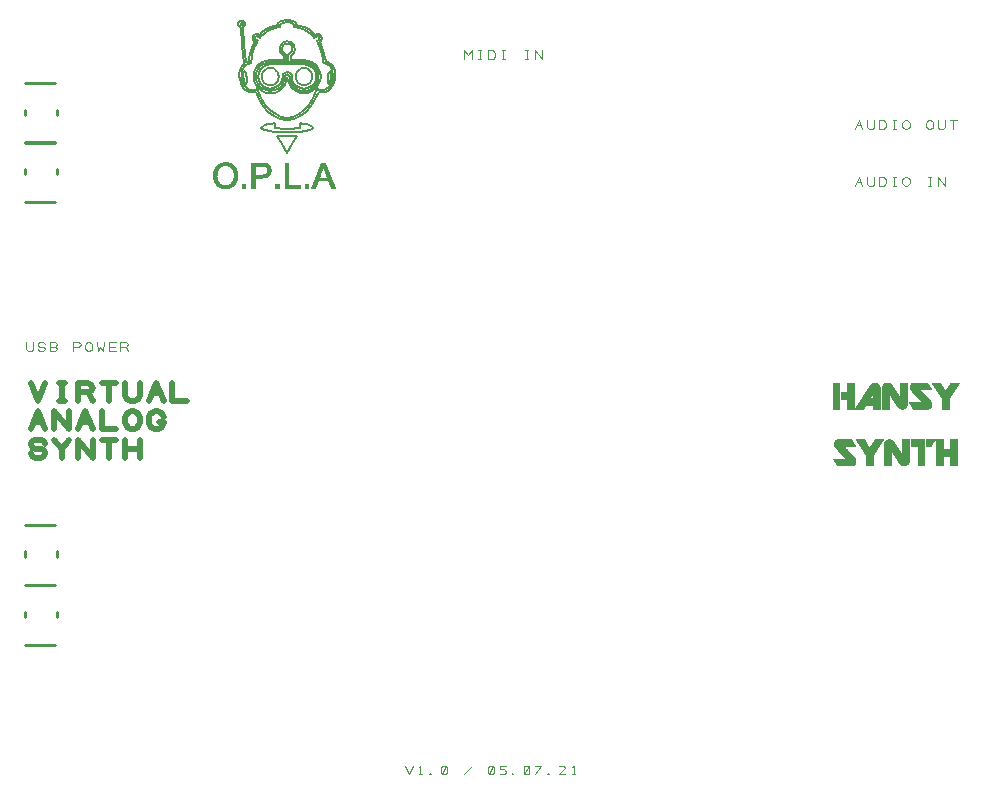
<source format=gbr>
G04 EasyPC Gerber Version 21.0.3 Build 4286 *
G04 #@! TF.Part,Single*
G04 #@! TF.FileFunction,Legend,Top *
G04 #@! TF.FilePolarity,Positive *
%FSLAX35Y35*%
%MOIN*%
%ADD73C,0.00100*%
%ADD72C,0.00394*%
%ADD100C,0.00591*%
%ADD75C,0.01000*%
%ADD107C,0.01969*%
X0Y0D02*
D02*
D72*
X163238Y54536D02*
X164469Y51583D01*
X165699Y54536*
X167667Y51583D02*
X168652D01*
X168159D02*
Y54536D01*
X167667Y54044*
X171358Y51583D02*
X171604Y51830D01*
X171358Y52076*
X171112Y51830*
X171358Y51583*
X175295Y51830D02*
X175787Y51583D01*
X176280*
X176772Y51830*
X177018Y52322*
Y53798*
X176772Y54290*
X176280Y54536*
X175787*
X175295Y54290*
X175049Y53798*
Y52322*
X175295Y51830*
X176772Y54290*
X182923Y51583D02*
X185384Y54536D01*
X191043Y51830D02*
X191535Y51583D01*
X192028*
X192520Y51830*
X192766Y52322*
Y53798*
X192520Y54290*
X192028Y54536*
X191535*
X191043Y54290*
X190797Y53798*
Y52322*
X191043Y51830*
X192520Y54290*
X194734Y51830D02*
X195226Y51583D01*
X195965*
X196457Y51830*
X196703Y52322*
Y52568*
X196457Y53060*
X195965Y53306*
X194734*
Y54536*
X196703*
X198917Y51583D02*
X199163Y51830D01*
X198917Y52076*
X198671Y51830*
X198917Y51583*
X202854Y51830D02*
X203346Y51583D01*
X203839*
X204331Y51830*
X204577Y52322*
Y53798*
X204331Y54290*
X203839Y54536*
X203346*
X202854Y54290*
X202608Y53798*
Y52322*
X202854Y51830*
X204331Y54290*
X206545Y51583D02*
X208514Y54536D01*
X206545*
X210728Y51583D02*
X210974Y51830D01*
X210728Y52076*
X210482Y51830*
X210728Y51583*
X216388D02*
X214419D01*
X216142Y53306*
X216388Y53798*
X216142Y54290*
X215650Y54536*
X214911*
X214419Y54290*
X218848Y51583D02*
X219833D01*
X219341D02*
Y54536D01*
X218848Y54044*
D02*
D73*
X36738Y195673D02*
Y193459D01*
X36984Y192967*
X37476Y192720*
X38461*
X38953Y192967*
X39199Y193459*
Y195673*
X40675Y193459D02*
X40921Y192967D01*
X41413Y192720*
X42398*
X42890Y192967*
X43136Y193459*
X42890Y193951*
X42398Y194197*
X41413*
X40921Y194443*
X40675Y194935*
X40921Y195427*
X41413Y195673*
X42398*
X42890Y195427*
X43136Y194935*
X46335Y194197D02*
X46827Y193951D01*
X47073Y193459*
X46827Y192967*
X46335Y192720*
X44612*
Y195673*
X46335*
X46827Y195427*
X47073Y194935*
X46827Y194443*
X46335Y194197*
X44612*
X52486Y192720D02*
Y195673D01*
X54209*
X54701Y195427*
X54947Y194935*
X54701Y194443*
X54209Y194197*
X52486*
X56423Y193705D02*
Y194689D01*
X56669Y195181*
X56915Y195427*
X57407Y195673*
X57900*
X58392Y195427*
X58638Y195181*
X58884Y194689*
Y193705*
X58638Y193213*
X58392Y192967*
X57900Y192720*
X57407*
X56915Y192967*
X56669Y193213*
X56423Y193705*
X60360Y195673D02*
X60606Y192720D01*
X61591Y194197*
X62575Y192720*
X62821Y195673*
X64297Y192720D02*
Y195673D01*
X66758*
X66266Y194197D02*
X64297D01*
Y192720D02*
X66758D01*
X68234D02*
Y195673D01*
X69957*
X70449Y195427*
X70695Y194935*
X70449Y194443*
X69957Y194197*
X68234*
X69957D02*
X70695Y192720D01*
X103140Y255693D02*
X103355Y255685D01*
X103570Y255677*
X103778Y255654*
X103978Y255616*
X104178Y255577*
X104370Y255524*
X104562Y255462*
X104747Y255393*
X104924Y255316*
X105093Y255224*
X105262Y255124*
X105424Y255016*
X105585Y254900*
X105739Y254778*
X105885Y254639*
X106031Y254493*
X106169Y254339*
X106293Y254178*
X106415Y254016*
X106523Y253847*
X106623Y253670*
X106715Y253486*
X106800Y253293*
X106877Y253101*
X106939Y252901*
X107000Y252694*
X107046Y252486*
X107085Y252263*
X107115Y252040*
X107138Y251809*
X107154Y251571*
Y251333*
Y251087*
X107138Y250856*
X107115Y250625*
X107085Y250402*
X107046Y250179*
X106992Y249972*
X106939Y249764*
X106869Y249564*
X106800Y249372*
X106715Y249180*
X106623Y249003*
X106515Y248826*
X106408Y248657*
X106293Y248487*
X106162Y248334*
X106023Y248180*
X105877Y248034*
X105731Y247903*
X105578Y247772*
X105416Y247657*
X105254Y247550*
X105085Y247457*
X104916Y247365*
X104739Y247288*
X104555Y247219*
X104363Y247157*
X104170Y247104*
X103978Y247065*
X103770Y247034*
X103563Y247011*
X103355Y246996*
X103140Y246988*
X102909Y246996*
X102694Y247011*
X102478Y247034*
X102271Y247065*
X102071Y247111*
X101871Y247165*
X101679Y247226*
X101494Y247296*
X101317Y247380*
X101141Y247472*
X100971Y247572*
X100810Y247688*
X100648Y247803*
X100494Y247934*
X100348Y248072*
X100210Y248226*
X100072Y248380*
X99949Y248541*
X99833Y248703*
X99726Y248872*
X99626Y249049*
X99533Y249226*
X99449Y249410*
X99380Y249595*
X99311Y249787*
X99257Y249979*
X99211Y250179*
X99172Y250379*
X99141Y250587*
X99118Y250802*
X99103Y251017*
Y251241*
Y251494*
X99118Y251740*
X99141Y251986*
X99172Y252217*
X99211Y252448*
X99257Y252670*
X99318Y252886*
X99380Y253094*
X99457Y253293*
X99541Y253486*
X99633Y253670*
X99733Y253855*
X99841Y254024*
X99956Y254193*
X100087Y254347*
X100226Y254501*
X100364Y254647*
X100518Y254778*
X100664Y254908*
X100825Y255024*
X100987Y255131*
X101156Y255231*
X101333Y255316*
X101510Y255393*
X101694Y255462*
X101887Y255524*
X102079Y255577*
X102286Y255616*
X102486Y255654*
X102702Y255677*
X102917Y255685*
X103140Y255693*
X103124Y247942D02*
X103440Y247957D01*
X103732Y247995*
X104017Y248072*
X104285Y248165*
X104539Y248295*
X104770Y248449*
X104993Y248626*
X105201Y248841*
X105385Y249072*
X105546Y249333*
X105685Y249610*
X105800Y249910*
X105885Y250233*
X105946Y250579*
X105985Y250941*
X106000Y251333*
X105985Y251733*
X105946Y252102*
X105885Y252456*
X105800Y252786*
X105685Y253086*
X105546Y253363*
X105378Y253624*
X105185Y253855*
X104978Y254063*
X104755Y254239*
X104524Y254393*
X104270Y254516*
X104009Y254616*
X103740Y254685*
X103447Y254724*
X103148Y254739*
X102840Y254724*
X102548Y254685*
X102263Y254616*
X101994Y254524*
X101740Y254401*
X101502Y254255*
X101279Y254078*
X101071Y253870*
X100879Y253639*
X100710Y253386*
X100572Y253094*
X100456Y252778*
X100372Y252432*
X100302Y252056*
X100264Y251648*
X100256Y251217*
X100264Y250856*
X100302Y250518*
X100364Y250194*
X100456Y249895*
X100564Y249602*
X100702Y249333*
X100864Y249080*
X101056Y248849*
X101256Y248634*
X101479Y248449*
X101717Y248295*
X101971Y248172*
X102232Y248072*
X102517Y248003*
X102817Y247957*
X103124Y247942*
X109914Y247134D02*
X108738D01*
Y248311*
X109914*
Y247134*
X111867Y255546D02*
X115043D01*
X115405*
X115743Y255531*
X116050Y255508*
X116335Y255477*
X116604Y255424*
X116858Y255339*
X117104Y255231*
X117342Y255085*
X117565Y254916*
X117750Y254716*
X117911Y254493*
X118050Y254239*
X118150Y253963*
X118226Y253686*
X118273Y253409*
X118288Y253117*
X118273Y252832*
X118242Y252563*
X118180Y252309*
X118096Y252063*
X117996Y251840*
X117865Y251625*
X117711Y251433*
X117535Y251248*
X117335Y251079*
X117104Y250941*
X116850Y250817*
X116558Y250717*
X116250Y250641*
X115904Y250587*
X115535Y250556*
X115135Y250541*
X112982*
Y247134*
X111867*
Y255546*
X112982Y251540D02*
X115143D01*
X115389Y251548*
X115612Y251563*
X115820Y251594*
X116012Y251640*
X116196Y251694*
X116358Y251756*
X116504Y251840*
X116635Y251925*
X116750Y252032*
X116850Y252140*
X116935Y252271*
X117004Y252409*
X117065Y252555*
X117104Y252717*
X117127Y252894*
X117135Y253078*
X117127Y253209*
X117111Y253324*
X117096Y253440*
X117065Y253555*
X117027Y253670*
X116989Y253770*
X116935Y253878*
X116873Y253970*
X116804Y254063*
X116735Y254147*
X116666Y254224*
X116589Y254285*
X116504Y254347*
X116420Y254393*
X116335Y254424*
X116243Y254455*
X116143Y254478*
X116028Y254501*
X115904Y254516*
X115774Y254524*
X115628Y254539*
X115466Y254547*
X115305*
X115120Y254555*
X112982*
Y251540*
X121026Y247134D02*
X119849D01*
Y248311*
X121026*
Y247134*
X128223D02*
X122956D01*
Y255546*
X124070*
Y248134*
X128223*
Y247134*
X130830D02*
X129653D01*
Y248311*
X130830*
Y247134*
X139726D02*
X138473D01*
X137481Y249695*
X133974*
X133044Y247134*
X131868*
X135097Y255546*
X136297*
X139726Y247134*
X137143Y250579D02*
X137020Y250910D01*
X136904Y251225*
X136789Y251517*
X136681Y251794*
X136589Y252056*
X136497Y252294*
X136412Y252517*
X136335Y252717*
X136266Y252901*
X136205Y253070*
X136151Y253217*
X136105Y253347*
X136058Y253463*
X136028Y253555*
X135997Y253624*
X135981Y253678*
X135943Y253778*
X135912Y253878*
X135874Y253993*
X135843Y254116*
X135805Y254239*
X135766Y254378*
X135728Y254524*
X135689Y254670*
X135659*
X135574Y254255*
X135474Y253855*
X135359Y253470*
X135228Y253101*
X134290Y250579*
X137143*
X102420Y247043D02*
X103829D01*
X101976Y247137D02*
X104288D01*
X108738D02*
X109914D01*
X111867D02*
X112982D01*
X119849D02*
X121026D01*
X122956D02*
X128223D01*
X129653D02*
X130830D01*
X131869D02*
X133045D01*
X138472D02*
X139726D01*
X101668Y247230D02*
X104585D01*
X108738D02*
X109914D01*
X111867D02*
X112982D01*
X119849D02*
X121026D01*
X122956D02*
X128223D01*
X129653D02*
X130830D01*
X131905D02*
X133079D01*
X138435D02*
X139687D01*
X101435Y247324D02*
X104822D01*
X108738D02*
X109914D01*
X111867D02*
X112982D01*
X119849D02*
X121026D01*
X122956D02*
X128223D01*
X129653D02*
X130830D01*
X131941D02*
X133113D01*
X138399D02*
X139649D01*
X101246Y247418D02*
X105013D01*
X108738D02*
X109914D01*
X111867D02*
X112982D01*
X119849D02*
X121026D01*
X122956D02*
X128223D01*
X129653D02*
X130830D01*
X131976D02*
X133147D01*
X138363D02*
X139611D01*
X101074Y247511D02*
X105185D01*
X108738D02*
X109914D01*
X111867D02*
X112982D01*
X119849D02*
X121026D01*
X122956D02*
X128223D01*
X129653D02*
X130830D01*
X132013D02*
X133181D01*
X138327D02*
X139572D01*
X100926Y247605D02*
X105338D01*
X108738D02*
X109914D01*
X111867D02*
X112982D01*
X119849D02*
X121026D01*
X122956D02*
X128223D01*
X129653D02*
X130830D01*
X132048D02*
X133215D01*
X138291D02*
X139534D01*
X100794Y247699D02*
X105474D01*
X108738D02*
X109914D01*
X111867D02*
X112982D01*
X119849D02*
X121026D01*
X122956D02*
X128223D01*
X129653D02*
X130830D01*
X132085D02*
X133249D01*
X138254D02*
X139496D01*
X100663Y247793D02*
X105601D01*
X108738D02*
X109914D01*
X111867D02*
X112982D01*
X119849D02*
X121026D01*
X122956D02*
X128223D01*
X129653D02*
X130830D01*
X132120D02*
X133283D01*
X138218D02*
X139458D01*
X100551Y247886D02*
X105711D01*
X108738D02*
X109914D01*
X111867D02*
X112982D01*
X119849D02*
X121026D01*
X122956D02*
X128223D01*
X129653D02*
X130830D01*
X132156D02*
X133317D01*
X138181D02*
X139420D01*
X100446Y247980D02*
X102668D01*
X103615D02*
X105817D01*
X108738D02*
X109914D01*
X111867D02*
X112982D01*
X119849D02*
X121026D01*
X122956D02*
X128223D01*
X129653D02*
X130830D01*
X132193D02*
X133351D01*
X138145D02*
X139381D01*
X100347Y248074D02*
X102232D01*
X104020D02*
X105917D01*
X108738D02*
X109914D01*
X111867D02*
X112982D01*
X119849D02*
X121026D01*
X122956D02*
X128223D01*
X129653D02*
X130830D01*
X132228D02*
X133385D01*
X138109D02*
X139343D01*
X100263Y248167D02*
X101984D01*
X104291D02*
X106011D01*
X108738D02*
X109914D01*
X111867D02*
X112982D01*
X119849D02*
X121026D01*
X122956D02*
X124070D01*
X129653D02*
X130830D01*
X132264D02*
X133419D01*
X138073D02*
X139305D01*
X100179Y248261D02*
X101788D01*
X104473D02*
X106096D01*
X108738D02*
X109914D01*
X111867D02*
X112982D01*
X119849D02*
X121026D01*
X122956D02*
X124070D01*
X129653D02*
X130830D01*
X132300D02*
X133454D01*
X138037D02*
X139267D01*
X100094Y248355D02*
X101625D01*
X104628D02*
X106180D01*
X111867D02*
X112982D01*
X122956D02*
X124070D01*
X132336D02*
X133487D01*
X138000D02*
X139229D01*
X100020Y248448D02*
X101479D01*
X104769D02*
X106259D01*
X111867D02*
X112982D01*
X122956D02*
X124070D01*
X132372D02*
X133522D01*
X137964D02*
X139191D01*
X99948Y248542D02*
X101367D01*
X104887D02*
X106330D01*
X111867D02*
X112982D01*
X122956D02*
X124070D01*
X132408D02*
X133556D01*
X137928D02*
X139152D01*
X99881Y248636D02*
X101254D01*
X105002D02*
X106394D01*
X111867D02*
X112982D01*
X122956D02*
X124070D01*
X132444D02*
X133590D01*
X137891D02*
X139114D01*
X99817Y248730D02*
X101167D01*
X105093D02*
X106454D01*
X111867D02*
X112982D01*
X122956D02*
X124070D01*
X132480D02*
X133624D01*
X137855D02*
X139076D01*
X99757Y248823D02*
X101080D01*
X105183D02*
X106514D01*
X111867D02*
X112982D01*
X122956D02*
X124070D01*
X132516D02*
X133658D01*
X137819D02*
X139038D01*
X99700Y248917D02*
X100999D01*
X105261D02*
X106571D01*
X111867D02*
X112982D01*
X122956D02*
X124070D01*
X132552D02*
X133692D01*
X137782D02*
X139000D01*
X99647Y249011D02*
X100921D01*
X105336D02*
X106627D01*
X111867D02*
X112982D01*
X122956D02*
X124070D01*
X132588D02*
X133726D01*
X137746D02*
X138961D01*
X99597Y249104D02*
X100848D01*
X105405D02*
X106676D01*
X111867D02*
X112982D01*
X122956D02*
X124070D01*
X132624D02*
X133760D01*
X137710D02*
X138923D01*
X99548Y249198D02*
X100789D01*
X105463D02*
X106724D01*
X111867D02*
X112982D01*
X122956D02*
X124070D01*
X132660D02*
X133794D01*
X137674D02*
X138885D01*
X99503Y249292D02*
X100729D01*
X105521D02*
X106765D01*
X111867D02*
X112982D01*
X122956D02*
X124070D01*
X132696D02*
X133828D01*
X137637D02*
X138847D01*
X99460Y249385D02*
X100676D01*
X105572D02*
X106805D01*
X111867D02*
X112982D01*
X122956D02*
X124070D01*
X132732D02*
X133862D01*
X137601D02*
X138809D01*
X99423Y249479D02*
X100627D01*
X105619D02*
X106839D01*
X111867D02*
X112982D01*
X122956D02*
X124070D01*
X132768D02*
X133896D01*
X137565D02*
X138770D01*
X99388Y249573D02*
X100579D01*
X105666D02*
X106872D01*
X111867D02*
X112982D01*
X122956D02*
X124070D01*
X132804D02*
X133930D01*
X137528D02*
X138732D01*
X99354Y249667D02*
X100540D01*
X105707D02*
X106905D01*
X111867D02*
X112982D01*
X122956D02*
X124070D01*
X132840D02*
X133964D01*
X137492D02*
X138694D01*
X99320Y249760D02*
X100506D01*
X105743D02*
X106937D01*
X111867D02*
X112982D01*
X122956D02*
X124070D01*
X132876D02*
X138656D01*
X99292Y249854D02*
X100471D01*
X105779D02*
X106962D01*
X111867D02*
X112982D01*
X122956D02*
X124070D01*
X132912D02*
X138618D01*
X99265Y249948D02*
X100440D01*
X105810D02*
X106986D01*
X111867D02*
X112982D01*
X122956D02*
X124070D01*
X132948D02*
X138580D01*
X99243Y250041D02*
X100411D01*
X105835D02*
X107010D01*
X111867D02*
X112982D01*
X122956D02*
X124070D01*
X132984D02*
X138541D01*
X99221Y250135D02*
X100382D01*
X105859D02*
X107035D01*
X111867D02*
X112982D01*
X122956D02*
X124070D01*
X133020D02*
X138503D01*
X99201Y250229D02*
X100357D01*
X105884D02*
X107055D01*
X111867D02*
X112982D01*
X122956D02*
X124070D01*
X133056D02*
X138465D01*
X99183Y250322D02*
X100339D01*
X105901D02*
X107071D01*
X111867D02*
X112982D01*
X122956D02*
X124070D01*
X133092D02*
X138427D01*
X99167Y250416D02*
X100322D01*
X105918D02*
X107087D01*
X111867D02*
X112982D01*
X122956D02*
X124070D01*
X133128D02*
X138389D01*
X99153Y250510D02*
X100304D01*
X105934D02*
X107100D01*
X111867D02*
X112982D01*
X122956D02*
X124070D01*
X133164D02*
X138350D01*
X99139Y250604D02*
X100293D01*
X105949D02*
X107112D01*
X111867D02*
X116013D01*
X122956D02*
X124070D01*
X133200D02*
X134299D01*
X137133D02*
X138312D01*
X99130Y250697D02*
X100282D01*
X105959D02*
X107122D01*
X111867D02*
X116478D01*
X122956D02*
X124070D01*
X133235D02*
X134334D01*
X137099D02*
X138274D01*
X99119Y250791D02*
X100271D01*
X105969D02*
X107132D01*
X111867D02*
X116773D01*
X122956D02*
X124070D01*
X133272D02*
X134369D01*
X137064D02*
X138235D01*
X99112Y250885D02*
X100263D01*
X105979D02*
X107140D01*
X111867D02*
X116989D01*
X122956D02*
X124070D01*
X133307D02*
X134404D01*
X137029D02*
X138197D01*
X99106Y250978D02*
X100261D01*
X105987D02*
X107146D01*
X111867D02*
X117167D01*
X122956D02*
X124070D01*
X133343D02*
X134438D01*
X136994D02*
X138159D01*
X99103Y251072D02*
X100259D01*
X105990D02*
X107153D01*
X111867D02*
X117324D01*
X122956D02*
X124070D01*
X133380D02*
X134473D01*
X136960D02*
X138121D01*
X99103Y251166D02*
X100257D01*
X105994D02*
X107154D01*
X111867D02*
X117437D01*
X122956D02*
X124070D01*
X133415D02*
X134508D01*
X136926D02*
X138083D01*
X99103Y251259D02*
X100257D01*
X105998D02*
X107154D01*
X111867D02*
X117546D01*
X122956D02*
X124070D01*
X133452D02*
X134543D01*
X136891D02*
X138044D01*
X99103Y251353D02*
X100259D01*
X106000D02*
X107154D01*
X111867D02*
X117635D01*
X122956D02*
X124070D01*
X133487D02*
X134578D01*
X136854D02*
X138006D01*
X99103Y251447D02*
X100260D01*
X105996D02*
X107154D01*
X111867D02*
X117723D01*
X122956D02*
X124070D01*
X133523D02*
X134613D01*
X136817D02*
X137968D01*
X99106Y251541D02*
X100262D01*
X105993D02*
X107154D01*
X111867D02*
X112982D01*
X115155D02*
X117798D01*
X122956D02*
X124070D01*
X133559D02*
X134647D01*
X136780D02*
X137930D01*
X99111Y251634D02*
X100263D01*
X105989D02*
X107150D01*
X111867D02*
X112982D01*
X115987D02*
X117871D01*
X122956D02*
X124070D01*
X133595D02*
X134682D01*
X136743D02*
X137892D01*
X99117Y251728D02*
X100271D01*
X105985D02*
X107143D01*
X111867D02*
X112982D01*
X116285D02*
X117928D01*
X122956D02*
X124070D01*
X133631D02*
X134717D01*
X136707D02*
X137854D01*
X99126Y251822D02*
X100280D01*
X105976D02*
X107137D01*
X111867D02*
X112982D01*
X116472D02*
X117985D01*
X122956D02*
X124070D01*
X133667D02*
X134752D01*
X136671D02*
X137815D01*
X99135Y251915D02*
X100289D01*
X105966D02*
X107128D01*
X111867D02*
X112982D01*
X116620D02*
X118030D01*
X122956D02*
X124070D01*
X133703D02*
X134787D01*
X136638D02*
X137777D01*
X99144Y252009D02*
X100298D01*
X105956D02*
X107119D01*
X111867D02*
X112982D01*
X116725D02*
X118072D01*
X122956D02*
X124070D01*
X133739D02*
X134822D01*
X136606D02*
X137739D01*
X99157Y252103D02*
X100311D01*
X105946D02*
X107107D01*
X111867D02*
X112982D01*
X116815D02*
X118109D01*
X122956D02*
X124070D01*
X133775D02*
X134857D01*
X136571D02*
X137701D01*
X99169Y252196D02*
X100328D01*
X105930D02*
X107094D01*
X111867D02*
X112982D01*
X116887D02*
X118142D01*
X122956D02*
X124070D01*
X133811D02*
X134891D01*
X136535D02*
X137663D01*
X99184Y252290D02*
X100346D01*
X105914D02*
X107080D01*
X111867D02*
X112982D01*
X116944D02*
X118174D01*
X122956D02*
X124070D01*
X133847D02*
X134926D01*
X136498D02*
X137624D01*
X99200Y252384D02*
X100363D01*
X105898D02*
X107064D01*
X111867D02*
X112982D01*
X116991D02*
X118198D01*
X122956D02*
X124070D01*
X133883D02*
X134961D01*
X136463D02*
X137586D01*
X99217Y252478D02*
X100383D01*
X105880D02*
X107048D01*
X111867D02*
X112982D01*
X117033D02*
X118221D01*
X122956D02*
X124070D01*
X133919D02*
X134996D01*
X136427D02*
X137548D01*
X99236Y252571D02*
X100406D01*
X105856D02*
X107027D01*
X111867D02*
X112982D01*
X117069D02*
X118243D01*
X122956D02*
X124070D01*
X133955D02*
X135031D01*
X136391D02*
X137510D01*
X99256Y252665D02*
X100429D01*
X105831D02*
X107006D01*
X111867D02*
X112982D01*
X117092D02*
X118254D01*
X122956D02*
X124070D01*
X133991D02*
X135066D01*
X136356D02*
X137472D01*
X99282Y252759D02*
X100452D01*
X105807D02*
X106981D01*
X111867D02*
X112982D01*
X117109D02*
X118265D01*
X122956D02*
X124070D01*
X134027D02*
X135100D01*
X136320D02*
X137433D01*
X99309Y252852D02*
X100483D01*
X105775D02*
X106953D01*
X111867D02*
X112982D01*
X117122D02*
X118274D01*
X122956D02*
X124070D01*
X134063D02*
X135135D01*
X136285D02*
X137395D01*
X99336Y252946D02*
X100518D01*
X105739D02*
X106925D01*
X111867D02*
X112982D01*
X117129D02*
X118279D01*
X122956D02*
X124070D01*
X134099D02*
X135170D01*
X136250D02*
X137357D01*
X99364Y253040D02*
X100552D01*
X105703D02*
X106896D01*
X111867D02*
X112982D01*
X117133D02*
X118284D01*
X122956D02*
X124070D01*
X134135D02*
X135205D01*
X136216D02*
X137319D01*
X99395Y253133D02*
X100591D01*
X105661D02*
X106864D01*
X111867D02*
X112982D01*
X117131D02*
X118287D01*
X122956D02*
X124070D01*
X134171D02*
X135239D01*
X136181D02*
X137281D01*
X99431Y253227D02*
X100635D01*
X105614D02*
X106826D01*
X111867D02*
X112982D01*
X117125D02*
X118282D01*
X122956D02*
X124070D01*
X134207D02*
X135272D01*
X136147D02*
X137243D01*
X99469Y253321D02*
X100679D01*
X105567D02*
X106788D01*
X111867D02*
X112982D01*
X117112D02*
X118278D01*
X122956D02*
X124070D01*
X134243D02*
X135306D01*
X136114D02*
X137204D01*
X99510Y253415D02*
X100729D01*
X105513D02*
X106747D01*
X111867D02*
X112982D01*
X117100D02*
X118272D01*
X122956D02*
X124070D01*
X134279D02*
X135339D01*
X136078D02*
X137166D01*
X99553Y253508D02*
X100792D01*
X105452D02*
X106704D01*
X111867D02*
X112982D01*
X117078D02*
X118256D01*
X122956D02*
X124070D01*
X134315D02*
X135370D01*
X136043D02*
X137128D01*
X99600Y253602D02*
X100854D01*
X105392D02*
X106657D01*
X111867D02*
X112982D01*
X117050D02*
X118241D01*
X122956D02*
X124070D01*
X134351D02*
X135398D01*
X136007D02*
X137090D01*
X99647Y253696D02*
X100926D01*
X105318D02*
X106609D01*
X111867D02*
X112982D01*
X117017D02*
X118224D01*
X122956D02*
X124070D01*
X134387D02*
X135426D01*
X135975D02*
X137052D01*
X99698Y253789D02*
X101004D01*
X105240D02*
X106556D01*
X111867D02*
X112982D01*
X116979D02*
X118198D01*
X122956D02*
X124070D01*
X134423D02*
X135454D01*
X135939D02*
X137013D01*
X99752Y253883D02*
X101084D01*
X105157D02*
X106500D01*
X111867D02*
X112982D01*
X116931D02*
X118172D01*
X122956D02*
X124070D01*
X134459D02*
X135481D01*
X135911D02*
X136975D01*
X99811Y253977D02*
X101178D01*
X105063D02*
X106441D01*
X111867D02*
X112982D01*
X116868D02*
X118144D01*
X122956D02*
X124070D01*
X134494D02*
X135504D01*
X135880D02*
X136937D01*
X99872Y254070D02*
X101272D01*
X104968D02*
X106374D01*
X111867D02*
X112982D01*
X116798D02*
X118111D01*
X122956D02*
X124070D01*
X134531D02*
X135528D01*
X135855D02*
X136898D01*
X99937Y254164D02*
X101388D01*
X104850D02*
X106303D01*
X111867D02*
X112982D01*
X116719D02*
X118077D01*
X122956D02*
X124070D01*
X134567D02*
X135551D01*
X135828D02*
X136860D01*
X100011Y254258D02*
X101507D01*
X104727D02*
X106231D01*
X111867D02*
X112982D01*
X116623D02*
X118039D01*
X122956D02*
X124070D01*
X134602D02*
X135575D01*
X135800D02*
X136822D01*
X100091Y254352D02*
X101660D01*
X104586D02*
X106158D01*
X111867D02*
X112982D01*
X116495D02*
X117989D01*
X122956D02*
X124070D01*
X134639D02*
X135594D01*
X135773D02*
X136784D01*
X100176Y254445D02*
X101832D01*
X104416D02*
X106074D01*
X111867D02*
X112982D01*
X116271D02*
X117937D01*
X122956D02*
X124070D01*
X134674D02*
X135613D01*
X135748D02*
X136746D01*
X100262Y254539D02*
X102039D01*
X104210D02*
X105985D01*
X111867D02*
X112982D01*
X115636D02*
X117878D01*
X122956D02*
X124070D01*
X134711D02*
X135632D01*
X135724D02*
X136707D01*
X100350Y254633D02*
X102331D01*
X103944D02*
X105891D01*
X111867D02*
X117810D01*
X122956D02*
X124070D01*
X134746D02*
X135651D01*
X135699D02*
X136669D01*
X100457Y254726D02*
X102895D01*
X103393D02*
X105793D01*
X111867D02*
X117741D01*
X122956D02*
X124070D01*
X134782D02*
X136631D01*
X100565Y254820D02*
X105686D01*
X111867D02*
X117654D01*
X122956D02*
X124070D01*
X134819D02*
X136593D01*
X100672Y254914D02*
X105566D01*
X111867D02*
X117568D01*
X122956D02*
X124070D01*
X134854D02*
X136555D01*
X100803Y255007D02*
X105435D01*
X111867D02*
X117444D01*
X122956D02*
X124070D01*
X134890D02*
X136517D01*
X100942Y255101D02*
X105296D01*
X111867D02*
X117316D01*
X122956D02*
X124070D01*
X134926D02*
X136478D01*
X101094Y255195D02*
X105142D01*
X111867D02*
X117163D01*
X122956D02*
X124070D01*
X134962D02*
X136440D01*
X101276Y255289D02*
X104974D01*
X111867D02*
X116973D01*
X122956D02*
X124070D01*
X134998D02*
X136402D01*
X101486Y255382D02*
X104770D01*
X111867D02*
X116728D01*
X122956D02*
X124070D01*
X135034D02*
X136364D01*
X101738Y255476D02*
X104518D01*
X111867D02*
X116335D01*
X122956D02*
X124070D01*
X135070D02*
X136326D01*
X102052Y255570D02*
X104205D01*
X102572Y255663D02*
X103696D01*
X182801Y289965D02*
Y292917D01*
X184031Y291441*
X185262Y292917*
Y289965*
X187476D02*
X188461D01*
X187969D02*
Y292917D01*
X187476D02*
X188461D01*
X190675Y289965D02*
Y292917D01*
X192152*
X192644Y292671*
X192890Y292425*
X193136Y291933*
Y290949*
X192890Y290457*
X192644Y290211*
X192152Y289965*
X190675*
X195350D02*
X196335D01*
X195843D02*
Y292917D01*
X195350D02*
X196335D01*
X203224Y289965D02*
X204209D01*
X203717D02*
Y292917D01*
X203224D02*
X204209D01*
X206423Y289965D02*
Y292917D01*
X208884Y289965*
Y292917*
X313116Y247839D02*
X314346Y250791D01*
X315577Y247839*
X313608Y249069D02*
X315085D01*
X317053Y250791D02*
Y248577D01*
X317299Y248085*
X317791Y247839*
X318776*
X319268Y248085*
X319514Y248577*
Y250791*
X320990Y247839D02*
Y250791D01*
X322467*
X322959Y250545*
X323205Y250299*
X323451Y249807*
Y248823*
X323205Y248331*
X322959Y248085*
X322467Y247839*
X320990*
X325665D02*
X326650D01*
X326157D02*
Y250791D01*
X325665D02*
X326650D01*
X328864Y248823D02*
Y249807D01*
X329110Y250299*
X329356Y250545*
X329848Y250791*
X330341*
X330833Y250545*
X331079Y250299*
X331325Y249807*
Y248823*
X331079Y248331*
X330833Y248085*
X330341Y247839*
X329848*
X329356Y248085*
X329110Y248331*
X328864Y248823*
X337476Y247839D02*
X338461D01*
X337969D02*
Y250791D01*
X337476D02*
X338461D01*
X340675Y247839D02*
Y250791D01*
X343136Y247839*
Y250791*
X313116Y266736D02*
X314346Y269689D01*
X315577Y266736*
X313608Y267967D02*
X315085D01*
X317053Y269689D02*
Y267474D01*
X317299Y266982*
X317791Y266736*
X318776*
X319268Y266982*
X319514Y267474*
Y269689*
X320990Y266736D02*
Y269689D01*
X322467*
X322959Y269443*
X323205Y269197*
X323451Y268705*
Y267720*
X323205Y267228*
X322959Y266982*
X322467Y266736*
X320990*
X325665D02*
X326650D01*
X326157D02*
Y269689D01*
X325665D02*
X326650D01*
X328864Y267720D02*
Y268705D01*
X329110Y269197*
X329356Y269443*
X329848Y269689*
X330341*
X330833Y269443*
X331079Y269197*
X331325Y268705*
Y267720*
X331079Y267228*
X330833Y266982*
X330341Y266736*
X329848*
X329356Y266982*
X329110Y267228*
X328864Y267720*
X336738D02*
Y268705D01*
X336984Y269197*
X337230Y269443*
X337722Y269689*
X338215*
X338707Y269443*
X338953Y269197*
X339199Y268705*
Y267720*
X338953Y267228*
X338707Y266982*
X338215Y266736*
X337722*
X337230Y266982*
X336984Y267228*
X336738Y267720*
X340675Y269689D02*
Y267474D01*
X340921Y266982*
X341413Y266736*
X342398*
X342890Y266982*
X343136Y267474*
Y269689*
X345843Y266736D02*
Y269689D01*
X344612D02*
X347073D01*
X310440Y173551D02*
Y176803D01*
X308280*
Y178964*
X310440*
Y182217*
X312601*
Y173551*
X310440*
X305673D02*
Y182217D01*
X307849*
Y173551*
X305673*
X319091D02*
Y174858D01*
X316469*
X315623Y173551*
X313047*
X318137Y181409*
X318276Y181602*
X318422Y181763*
X318583Y181902*
X318760Y182017*
X318945Y182101*
X319145Y182163*
X319352Y182201*
X319575Y182217*
X319744Y182209*
X319906Y182186*
X320060Y182148*
X320213Y182094*
X320359Y182017*
X320498Y181932*
X320637Y181832*
X320767Y181709*
X320883Y181586*
X320982Y181448*
X321067Y181309*
X321144Y181163*
X321198Y181009*
X321236Y180856*
X321259Y180694*
X321267Y180525*
Y177449*
X319091*
Y178895*
X317853Y177019*
X321267*
Y173551*
X319091*
X328672D02*
X328449Y173566D01*
X328241Y173604*
X328041Y173666*
X327857Y173750*
X327680Y173866*
X327519Y174004*
X327372Y174166*
X327234Y174358*
X324289Y178895*
Y173551*
X322128*
Y180525*
X322136Y180694*
X322159Y180863*
X322197Y181017*
X322251Y181171*
X322320Y181317*
X322405Y181456*
X322513Y181594*
X322628Y181717*
X322751Y181832*
X322889Y181940*
X323028Y182024*
X323174Y182094*
X323328Y182148*
X323481Y182186*
X323651Y182209*
X323820Y182217*
X324043Y182201*
X324250Y182163*
X324450Y182101*
X324635Y182017*
X324804Y181902*
X324966Y181763*
X325112Y181602*
X325243Y181409*
X328187Y176872*
Y182217*
X330364*
Y175242*
X330356Y175073*
X330333Y174904*
X330294Y174750*
X330241Y174596*
X330171Y174450*
X330087Y174304*
X329987Y174174*
X329864Y174050*
X329741Y173928*
X329602Y173828*
X329464Y173743*
X329318Y173674*
X329164Y173620*
X329010Y173581*
X328841Y173558*
X328672Y173551*
X331517Y180056D02*
Y181140D01*
X331525Y181248*
X331540Y181356*
X331563Y181456*
X331602Y181556*
X331640Y181648*
X331694Y181732*
X331763Y181817*
X331832Y181902*
X331917Y181978*
X332002Y182040*
X332094Y182094*
X332186Y182140*
X332286Y182170*
X332386Y182194*
X332494Y182209*
X332609Y182217*
X337000*
X338453Y180056*
X331517*
X337376Y173551D02*
X332540D01*
X331087Y175711*
X335546*
X331871Y179618*
X334839*
X337361Y177003*
X337492Y176849*
X337622Y176696*
X337730Y176557*
X337838Y176419*
X337938Y176288*
X338030Y176165*
X338107Y176050*
X338176Y175942*
X338245Y175834*
X338299Y175734*
X338345Y175642*
X338384Y175557*
X338415Y175481*
X338437Y175411*
X338445Y175342*
X338453Y175281*
Y174635*
X338445Y174527*
X338430Y174420*
X338407Y174320*
X338369Y174227*
X338322Y174127*
X338269Y174043*
X338207Y173950*
X338130Y173874*
X338045Y173797*
X337961Y173728*
X337876Y173674*
X337776Y173628*
X337684Y173597*
X337584Y173574*
X337484Y173558*
X337376Y173551*
X344266Y176949D02*
Y173551D01*
X342106*
Y176949*
X338691Y182217*
X341275*
X343182Y179272*
X345089Y182217*
X347665*
X344266Y176949*
X305673Y173608D02*
X307849D01*
X310440D02*
X312601D01*
X313084D02*
X315660D01*
X319091D02*
X321267D01*
X322128D02*
X324289D01*
X328229D02*
X329118D01*
X332501D02*
X337718D01*
X342106D02*
X344266D01*
X305673Y173702D02*
X307849D01*
X310440D02*
X312601D01*
X313145D02*
X315721D01*
X319091D02*
X321267D01*
X322128D02*
X324289D01*
X327963D02*
X329378D01*
X332438D02*
X337920D01*
X342106D02*
X344266D01*
X305673Y173796D02*
X307849D01*
X310440D02*
X312601D01*
X313206D02*
X315781D01*
X319091D02*
X321267D01*
X322128D02*
X324289D01*
X327787D02*
X329550D01*
X332375D02*
X338045D01*
X342106D02*
X344266D01*
X305673Y173889D02*
X307849D01*
X310440D02*
X312601D01*
X313266D02*
X315842D01*
X319091D02*
X321267D01*
X322128D02*
X324289D01*
X327652D02*
X329688D01*
X332312D02*
X338146D01*
X342106D02*
X344266D01*
X305673Y173983D02*
X307849D01*
X310440D02*
X312601D01*
X313327D02*
X315903D01*
X319091D02*
X321267D01*
X322128D02*
X324289D01*
X327543D02*
X329796D01*
X332249D02*
X338228D01*
X342106D02*
X344266D01*
X305673Y174077D02*
X307849D01*
X310440D02*
X312601D01*
X313387D02*
X315963D01*
X319091D02*
X321267D01*
X322128D02*
X324289D01*
X327453D02*
X329890D01*
X332186D02*
X338290D01*
X342106D02*
X344266D01*
X305673Y174170D02*
X307849D01*
X310440D02*
X312601D01*
X313448D02*
X316024D01*
X319091D02*
X321267D01*
X322128D02*
X324289D01*
X327369D02*
X329984D01*
X332123D02*
X338342D01*
X342106D02*
X344266D01*
X305673Y174264D02*
X307849D01*
X310440D02*
X312601D01*
X313509D02*
X316085D01*
X319091D02*
X321267D01*
X322128D02*
X324289D01*
X327302D02*
X330056D01*
X332060D02*
X338384D01*
X342106D02*
X344266D01*
X305673Y174358D02*
X307849D01*
X310440D02*
X312601D01*
X313570D02*
X316145D01*
X319091D02*
X321267D01*
X322128D02*
X324289D01*
X327234D02*
X330118D01*
X331997D02*
X338416D01*
X342106D02*
X344266D01*
X305673Y174452D02*
X307849D01*
X310440D02*
X312601D01*
X313630D02*
X316206D01*
X319091D02*
X321267D01*
X322128D02*
X324289D01*
X327173D02*
X330171D01*
X331934D02*
X338435D01*
X342106D02*
X344266D01*
X305673Y174545D02*
X307849D01*
X310440D02*
X312601D01*
X313691D02*
X316267D01*
X319091D02*
X321267D01*
X322128D02*
X324289D01*
X327112D02*
X330216D01*
X331871D02*
X338446D01*
X342106D02*
X344266D01*
X305673Y174639D02*
X307849D01*
X310440D02*
X312601D01*
X313752D02*
X316327D01*
X319091D02*
X321267D01*
X322128D02*
X324289D01*
X327052D02*
X330256D01*
X331808D02*
X338453D01*
X342106D02*
X344266D01*
X305673Y174733D02*
X307849D01*
X310440D02*
X312601D01*
X313813D02*
X316388D01*
X319091D02*
X321267D01*
X322128D02*
X324289D01*
X326991D02*
X330289D01*
X331745D02*
X338453D01*
X342106D02*
X344266D01*
X305673Y174826D02*
X307849D01*
X310440D02*
X312601D01*
X313873D02*
X316448D01*
X319091D02*
X321267D01*
X322128D02*
X324289D01*
X326930D02*
X330313D01*
X331682D02*
X338453D01*
X342106D02*
X344266D01*
X305673Y174920D02*
X307849D01*
X310440D02*
X312601D01*
X313934D02*
X321267D01*
X322128D02*
X324289D01*
X326869D02*
X330335D01*
X331619D02*
X338453D01*
X342106D02*
X344266D01*
X305673Y175014D02*
X307849D01*
X310440D02*
X312601D01*
X313994D02*
X321267D01*
X322128D02*
X324289D01*
X326808D02*
X330348D01*
X331556D02*
X338453D01*
X342106D02*
X344266D01*
X305673Y175107D02*
X307849D01*
X310440D02*
X312601D01*
X314055D02*
X321267D01*
X322128D02*
X324289D01*
X326747D02*
X330357D01*
X331493D02*
X338453D01*
X342106D02*
X344266D01*
X305673Y175201D02*
X307849D01*
X310440D02*
X312601D01*
X314116D02*
X321267D01*
X322128D02*
X324289D01*
X326687D02*
X330362D01*
X331430D02*
X338453D01*
X342106D02*
X344266D01*
X305673Y175295D02*
X307849D01*
X310440D02*
X312601D01*
X314177D02*
X321267D01*
X322128D02*
X324289D01*
X326626D02*
X330364D01*
X331367D02*
X338451D01*
X342106D02*
X344266D01*
X305673Y175389D02*
X307849D01*
X310440D02*
X312601D01*
X314237D02*
X321267D01*
X322128D02*
X324289D01*
X326565D02*
X330364D01*
X331304D02*
X338440D01*
X342106D02*
X344266D01*
X305673Y175482D02*
X307849D01*
X310440D02*
X312601D01*
X314298D02*
X321267D01*
X322128D02*
X324289D01*
X326504D02*
X330364D01*
X331241D02*
X338415D01*
X342106D02*
X344266D01*
X305673Y175576D02*
X307849D01*
X310440D02*
X312601D01*
X314359D02*
X321267D01*
X322128D02*
X324289D01*
X326443D02*
X330364D01*
X331178D02*
X338376D01*
X342106D02*
X344266D01*
X305673Y175670D02*
X307849D01*
X310440D02*
X312601D01*
X314419D02*
X321267D01*
X322128D02*
X324289D01*
X326382D02*
X330364D01*
X331115D02*
X338331D01*
X342106D02*
X344266D01*
X305673Y175763D02*
X307849D01*
X310440D02*
X312601D01*
X314480D02*
X321267D01*
X322128D02*
X324289D01*
X326322D02*
X330364D01*
X335498D02*
X338283D01*
X342106D02*
X344266D01*
X305673Y175857D02*
X307849D01*
X310440D02*
X312601D01*
X314541D02*
X321267D01*
X322128D02*
X324289D01*
X326261D02*
X330364D01*
X335409D02*
X338231D01*
X342106D02*
X344266D01*
X305673Y175951D02*
X307849D01*
X310440D02*
X312601D01*
X314602D02*
X321267D01*
X322128D02*
X324289D01*
X326200D02*
X330364D01*
X335321D02*
X338170D01*
X342106D02*
X344266D01*
X305673Y176044D02*
X307849D01*
X310440D02*
X312601D01*
X314662D02*
X321267D01*
X322128D02*
X324289D01*
X326139D02*
X330364D01*
X335233D02*
X338110D01*
X342106D02*
X344266D01*
X305673Y176138D02*
X307849D01*
X310440D02*
X312601D01*
X314723D02*
X321267D01*
X322128D02*
X324289D01*
X326078D02*
X330364D01*
X335145D02*
X338048D01*
X342106D02*
X344266D01*
X305673Y176232D02*
X307849D01*
X310440D02*
X312601D01*
X314783D02*
X321267D01*
X322128D02*
X324289D01*
X326017D02*
X330364D01*
X335057D02*
X337980D01*
X342106D02*
X344266D01*
X305673Y176326D02*
X307849D01*
X310440D02*
X312601D01*
X314844D02*
X321267D01*
X322128D02*
X324289D01*
X325957D02*
X330364D01*
X334969D02*
X337909D01*
X342106D02*
X344266D01*
X305673Y176419D02*
X307849D01*
X310440D02*
X312601D01*
X314905D02*
X321267D01*
X322128D02*
X324289D01*
X325896D02*
X330364D01*
X334880D02*
X337838D01*
X342106D02*
X344266D01*
X305673Y176513D02*
X307849D01*
X310440D02*
X312601D01*
X314966D02*
X321267D01*
X322128D02*
X324289D01*
X325835D02*
X330364D01*
X334792D02*
X337765D01*
X342106D02*
X344266D01*
X305673Y176607D02*
X307849D01*
X310440D02*
X312601D01*
X315026D02*
X321267D01*
X322128D02*
X324289D01*
X325774D02*
X330364D01*
X334704D02*
X337692D01*
X342106D02*
X344266D01*
X305673Y176700D02*
X307849D01*
X310440D02*
X312601D01*
X315087D02*
X321267D01*
X322128D02*
X324289D01*
X325713D02*
X330364D01*
X334616D02*
X337619D01*
X342106D02*
X344266D01*
X305673Y176794D02*
X307849D01*
X310440D02*
X312601D01*
X315148D02*
X321267D01*
X322128D02*
X324289D01*
X325652D02*
X330364D01*
X334528D02*
X337539D01*
X342106D02*
X344266D01*
X305673Y176888D02*
X307849D01*
X308280D02*
X312601D01*
X315208D02*
X321267D01*
X322128D02*
X324289D01*
X325592D02*
X328178D01*
X328187D02*
X330364D01*
X334439D02*
X337459D01*
X342106D02*
X344266D01*
X305673Y176981D02*
X307849D01*
X308280D02*
X312601D01*
X315269D02*
X321267D01*
X322128D02*
X324289D01*
X325531D02*
X328117D01*
X328187D02*
X330364D01*
X334352D02*
X337380D01*
X342085D02*
X344287D01*
X305673Y177075D02*
X307849D01*
X308280D02*
X312601D01*
X315330D02*
X317890D01*
X322128D02*
X324289D01*
X325470D02*
X328056D01*
X328187D02*
X330364D01*
X334263D02*
X337291D01*
X342024D02*
X344347D01*
X305673Y177169D02*
X307849D01*
X308280D02*
X312601D01*
X315391D02*
X317952D01*
X322128D02*
X324289D01*
X325409D02*
X327995D01*
X328187D02*
X330364D01*
X334175D02*
X337201D01*
X341963D02*
X344408D01*
X305673Y177263D02*
X307849D01*
X308280D02*
X312601D01*
X315451D02*
X318014D01*
X322128D02*
X324289D01*
X325348D02*
X327934D01*
X328187D02*
X330364D01*
X334087D02*
X337111D01*
X341902D02*
X344469D01*
X305673Y177356D02*
X307849D01*
X308280D02*
X312601D01*
X315512D02*
X318076D01*
X322128D02*
X324289D01*
X325288D02*
X327873D01*
X328187D02*
X330364D01*
X333999D02*
X337020D01*
X341842D02*
X344529D01*
X305673Y177450D02*
X307849D01*
X308280D02*
X312601D01*
X315572D02*
X318137D01*
X319091D02*
X321267D01*
X322128D02*
X324289D01*
X325227D02*
X327813D01*
X328187D02*
X330364D01*
X333911D02*
X336930D01*
X341781D02*
X344589D01*
X305673Y177544D02*
X307849D01*
X308280D02*
X312601D01*
X315633D02*
X318199D01*
X319091D02*
X321267D01*
X322128D02*
X324289D01*
X325166D02*
X327752D01*
X328187D02*
X330364D01*
X333822D02*
X336840D01*
X341720D02*
X344650D01*
X305673Y177637D02*
X307849D01*
X308280D02*
X312601D01*
X315694D02*
X318261D01*
X319091D02*
X321267D01*
X322128D02*
X324289D01*
X325105D02*
X327691D01*
X328187D02*
X330364D01*
X333734D02*
X336749D01*
X341659D02*
X344710D01*
X305673Y177731D02*
X307849D01*
X308280D02*
X312601D01*
X315755D02*
X318323D01*
X319091D02*
X321267D01*
X322128D02*
X324289D01*
X325044D02*
X327630D01*
X328187D02*
X330364D01*
X333646D02*
X336659D01*
X341599D02*
X344770D01*
X305673Y177825D02*
X307849D01*
X308280D02*
X312601D01*
X315815D02*
X318385D01*
X319091D02*
X321267D01*
X322128D02*
X324289D01*
X324983D02*
X327569D01*
X328187D02*
X330364D01*
X333558D02*
X336569D01*
X341538D02*
X344831D01*
X305673Y177919D02*
X307849D01*
X308280D02*
X312601D01*
X315876D02*
X318446D01*
X319091D02*
X321267D01*
X322128D02*
X324289D01*
X324923D02*
X327508D01*
X328187D02*
X330364D01*
X333470D02*
X336478D01*
X341477D02*
X344892D01*
X305673Y178012D02*
X307849D01*
X308280D02*
X312601D01*
X315937D02*
X318509D01*
X319091D02*
X321267D01*
X322128D02*
X324289D01*
X324862D02*
X327448D01*
X328187D02*
X330364D01*
X333381D02*
X336388D01*
X341417D02*
X344952D01*
X305673Y178106D02*
X307849D01*
X308280D02*
X312601D01*
X315998D02*
X318570D01*
X319091D02*
X321267D01*
X322128D02*
X324289D01*
X324801D02*
X327387D01*
X328187D02*
X330364D01*
X333293D02*
X336297D01*
X341356D02*
X345013D01*
X305673Y178200D02*
X307849D01*
X308280D02*
X312601D01*
X316058D02*
X318632D01*
X319091D02*
X321267D01*
X322128D02*
X324289D01*
X324740D02*
X327326D01*
X328187D02*
X330364D01*
X333205D02*
X336207D01*
X341295D02*
X345073D01*
X305673Y178293D02*
X307849D01*
X308280D02*
X312601D01*
X316119D02*
X318694D01*
X319091D02*
X321267D01*
X322128D02*
X324289D01*
X324680D02*
X327265D01*
X328187D02*
X330364D01*
X333117D02*
X336117D01*
X341234D02*
X345133D01*
X305673Y178387D02*
X307849D01*
X308280D02*
X312601D01*
X316180D02*
X318756D01*
X319091D02*
X321267D01*
X322128D02*
X324289D01*
X324619D02*
X327204D01*
X328187D02*
X330364D01*
X333029D02*
X336026D01*
X341174D02*
X345194D01*
X305673Y178481D02*
X307849D01*
X308280D02*
X312601D01*
X316240D02*
X318818D01*
X319091D02*
X321267D01*
X322128D02*
X324289D01*
X324558D02*
X327144D01*
X328187D02*
X330364D01*
X332941D02*
X335936D01*
X341113D02*
X345254D01*
X305673Y178574D02*
X307849D01*
X308280D02*
X312601D01*
X316301D02*
X318880D01*
X319091D02*
X321267D01*
X322128D02*
X324289D01*
X324497D02*
X327083D01*
X328187D02*
X330364D01*
X332852D02*
X335845D01*
X341052D02*
X345315D01*
X305673Y178668D02*
X307849D01*
X308280D02*
X312601D01*
X316362D02*
X318941D01*
X319091D02*
X321267D01*
X322128D02*
X324289D01*
X324436D02*
X327022D01*
X328187D02*
X330364D01*
X332765D02*
X335755D01*
X340991D02*
X345375D01*
X305673Y178762D02*
X307849D01*
X308280D02*
X312601D01*
X316422D02*
X319003D01*
X319091D02*
X321267D01*
X322128D02*
X324289D01*
X324375D02*
X326961D01*
X328187D02*
X330364D01*
X332676D02*
X335665D01*
X340931D02*
X345436D01*
X305673Y178856D02*
X307849D01*
X308280D02*
X312601D01*
X316483D02*
X319065D01*
X319091D02*
X321267D01*
X322128D02*
X324289D01*
X324315D02*
X326900D01*
X328187D02*
X330364D01*
X332588D02*
X335574D01*
X340870D02*
X345496D01*
X305673Y178949D02*
X307849D01*
X308280D02*
X312601D01*
X316544D02*
X321267D01*
X322128D02*
X326839D01*
X328187D02*
X330364D01*
X332500D02*
X335484D01*
X340809D02*
X345557D01*
X305673Y179043D02*
X307849D01*
X310440D02*
X312601D01*
X316604D02*
X321267D01*
X322128D02*
X326779D01*
X328187D02*
X330364D01*
X332412D02*
X335393D01*
X340748D02*
X345617D01*
X305673Y179137D02*
X307849D01*
X310440D02*
X312601D01*
X316665D02*
X321267D01*
X322128D02*
X326718D01*
X328187D02*
X330364D01*
X332324D02*
X335303D01*
X340688D02*
X345678D01*
X305673Y179230D02*
X307849D01*
X310440D02*
X312601D01*
X316726D02*
X321267D01*
X322128D02*
X326657D01*
X328187D02*
X330364D01*
X332235D02*
X335213D01*
X340627D02*
X345738D01*
X305673Y179324D02*
X307849D01*
X310440D02*
X312601D01*
X316787D02*
X321267D01*
X322128D02*
X326596D01*
X328187D02*
X330364D01*
X332147D02*
X335122D01*
X340566D02*
X343148D01*
X343216D02*
X345798D01*
X305673Y179418D02*
X307849D01*
X310440D02*
X312601D01*
X316847D02*
X321267D01*
X322128D02*
X326535D01*
X328187D02*
X330364D01*
X332059D02*
X335032D01*
X340506D02*
X343087D01*
X343276D02*
X345859D01*
X305673Y179511D02*
X307849D01*
X310440D02*
X312601D01*
X316908D02*
X321267D01*
X322128D02*
X326474D01*
X328187D02*
X330364D01*
X331971D02*
X334941D01*
X340445D02*
X343027D01*
X343337D02*
X345919D01*
X305673Y179605D02*
X307849D01*
X310440D02*
X312601D01*
X316969D02*
X321267D01*
X322128D02*
X326414D01*
X328187D02*
X330364D01*
X331883D02*
X334851D01*
X340384D02*
X342966D01*
X343398D02*
X345980D01*
X305673Y179699D02*
X307849D01*
X310440D02*
X312601D01*
X317029D02*
X321267D01*
X322128D02*
X326353D01*
X328187D02*
X330364D01*
X340323D02*
X342905D01*
X343459D02*
X346041D01*
X305673Y179793D02*
X307849D01*
X310440D02*
X312601D01*
X317090D02*
X321267D01*
X322128D02*
X326292D01*
X328187D02*
X330364D01*
X340263D02*
X342844D01*
X343519D02*
X346101D01*
X305673Y179886D02*
X307849D01*
X310440D02*
X312601D01*
X317151D02*
X321267D01*
X322128D02*
X326231D01*
X328187D02*
X330364D01*
X340202D02*
X342784D01*
X343580D02*
X346161D01*
X305673Y179980D02*
X307849D01*
X310440D02*
X312601D01*
X317211D02*
X321267D01*
X322128D02*
X326170D01*
X328187D02*
X330364D01*
X340141D02*
X342723D01*
X343641D02*
X346222D01*
X305673Y180074D02*
X307849D01*
X310440D02*
X312601D01*
X317272D02*
X321267D01*
X322128D02*
X326109D01*
X328187D02*
X330364D01*
X331517D02*
X338441D01*
X340080D02*
X342663D01*
X343701D02*
X346282D01*
X305673Y180167D02*
X307849D01*
X310440D02*
X312601D01*
X317333D02*
X321267D01*
X322128D02*
X326049D01*
X328187D02*
X330364D01*
X331517D02*
X338378D01*
X340020D02*
X342602D01*
X343762D02*
X346343D01*
X305673Y180261D02*
X307849D01*
X310440D02*
X312601D01*
X317393D02*
X321267D01*
X322128D02*
X325988D01*
X328187D02*
X330364D01*
X331517D02*
X338315D01*
X339959D02*
X342541D01*
X343822D02*
X346403D01*
X305673Y180355D02*
X307849D01*
X310440D02*
X312601D01*
X317454D02*
X321267D01*
X322128D02*
X325927D01*
X328187D02*
X330364D01*
X331517D02*
X338252D01*
X339898D02*
X342480D01*
X343883D02*
X346464D01*
X305673Y180448D02*
X307849D01*
X310440D02*
X312601D01*
X317515D02*
X321267D01*
X322128D02*
X325866D01*
X328187D02*
X330364D01*
X331517D02*
X338189D01*
X339837D02*
X342420D01*
X343944D02*
X346524D01*
X305673Y180542D02*
X307849D01*
X310440D02*
X312601D01*
X317576D02*
X321266D01*
X322129D02*
X325806D01*
X328187D02*
X330364D01*
X331517D02*
X338126D01*
X339777D02*
X342359D01*
X344005D02*
X346585D01*
X305673Y180636D02*
X307849D01*
X310440D02*
X312601D01*
X317636D02*
X321262D01*
X322133D02*
X325744D01*
X328187D02*
X330364D01*
X331517D02*
X338063D01*
X339716D02*
X342298D01*
X344065D02*
X346645D01*
X305673Y180730D02*
X307849D01*
X310440D02*
X312601D01*
X317697D02*
X321254D01*
X322141D02*
X325684D01*
X328187D02*
X330364D01*
X331517D02*
X338000D01*
X339655D02*
X342238D01*
X344126D02*
X346706D01*
X305673Y180823D02*
X307849D01*
X310440D02*
X312601D01*
X317757D02*
X321241D01*
X322154D02*
X325623D01*
X328187D02*
X330364D01*
X331517D02*
X337937D01*
X339594D02*
X342177D01*
X344187D02*
X346766D01*
X305673Y180917D02*
X307849D01*
X310440D02*
X312601D01*
X317819D02*
X321221D01*
X322172D02*
X325562D01*
X328187D02*
X330364D01*
X331517D02*
X337874D01*
X339534D02*
X342117D01*
X344247D02*
X346826D01*
X305673Y181011D02*
X307849D01*
X310440D02*
X312601D01*
X317879D02*
X321198D01*
X322196D02*
X325502D01*
X328187D02*
X330364D01*
X331517D02*
X337811D01*
X339473D02*
X342056D01*
X344308D02*
X346887D01*
X305673Y181104D02*
X307849D01*
X310440D02*
X312601D01*
X317940D02*
X321165D01*
X322228D02*
X325441D01*
X328187D02*
X330364D01*
X331517D02*
X337748D01*
X339412D02*
X341995D01*
X344369D02*
X346947D01*
X305673Y181198D02*
X307849D01*
X310440D02*
X312601D01*
X318000D02*
X321126D01*
X322264D02*
X325380D01*
X328187D02*
X330364D01*
X331521D02*
X337685D01*
X339352D02*
X341934D01*
X344430D02*
X347008D01*
X305673Y181292D02*
X307849D01*
X310440D02*
X312601D01*
X318061D02*
X321076D01*
X322309D02*
X325319D01*
X328187D02*
X330364D01*
X331531D02*
X337622D01*
X339291D02*
X341874D01*
X344490D02*
X347068D01*
X305673Y181385D02*
X307849D01*
X310440D02*
X312601D01*
X318122D02*
X321020D01*
X322362D02*
X325258D01*
X328187D02*
X330364D01*
X331547D02*
X337559D01*
X339230D02*
X341813D01*
X344551D02*
X347129D01*
X305673Y181479D02*
X307849D01*
X310440D02*
X312601D01*
X318187D02*
X320960D01*
X322424D02*
X325195D01*
X328187D02*
X330364D01*
X331572D02*
X337496D01*
X339169D02*
X341752D01*
X344611D02*
X347189D01*
X305673Y181573D02*
X307849D01*
X310440D02*
X312601D01*
X318255D02*
X320892D01*
X322496D02*
X325131D01*
X328187D02*
X330364D01*
X331609D02*
X337433D01*
X339109D02*
X341692D01*
X344672D02*
X347250D01*
X305673Y181667D02*
X307849D01*
X310440D02*
X312601D01*
X318335D02*
X320807D01*
X322581D02*
X325053D01*
X328187D02*
X330364D01*
X331652D02*
X337370D01*
X339048D02*
X341631D01*
X344733D02*
X347310D01*
X305673Y181760D02*
X307849D01*
X310440D02*
X312601D01*
X318420D02*
X320713D01*
X322674D02*
X324968D01*
X328187D02*
X330364D01*
X331717D02*
X337306D01*
X338987D02*
X341570D01*
X344793D02*
X347370D01*
X305673Y181854D02*
X307849D01*
X310440D02*
X312601D01*
X318528D02*
X320607D01*
X322779D02*
X324860D01*
X328187D02*
X330364D01*
X331793D02*
X337243D01*
X338926D02*
X341509D01*
X344854D02*
X347431D01*
X305673Y181948D02*
X307849D01*
X310440D02*
X312601D01*
X318654D02*
X320473D01*
X322902D02*
X324737D01*
X328187D02*
X330364D01*
X331883D02*
X337180D01*
X338866D02*
X341449D01*
X344915D02*
X347491D01*
X305673Y182041D02*
X307849D01*
X310440D02*
X312601D01*
X318814D02*
X320313D01*
X323064D02*
X324581D01*
X328187D02*
X330364D01*
X332004D02*
X337117D01*
X338805D02*
X341388D01*
X344976D02*
X347552D01*
X305673Y182135D02*
X307849D01*
X310440D02*
X312601D01*
X319054D02*
X320096D01*
X323292D02*
X324341D01*
X328187D02*
X330364D01*
X332177D02*
X337054D01*
X338744D02*
X341328D01*
X345036D02*
X347612D01*
X306201Y161158D02*
Y162243D01*
X306209Y162350*
X306224Y162458*
X306247Y162558*
X306286Y162658*
X306324Y162750*
X306378Y162835*
X306447Y162919*
X306517Y163004*
X306601Y163081*
X306685Y163142*
X306778Y163196*
X306870Y163242*
X306970Y163273*
X307070Y163296*
X307178Y163311*
X307293Y163319*
X311684*
X313137Y161158*
X306201*
X312061Y154653D02*
X307224D01*
X305770Y156814*
X310230*
X306555Y160720*
X309523*
X312045Y158106*
X312176Y157952*
X312307Y157798*
X312414Y157659*
X312522Y157521*
X312622Y157391*
X312714Y157267*
X312791Y157152*
X312860Y157044*
X312930Y156937*
X312983Y156837*
X313030Y156744*
X313068Y156660*
X313098Y156583*
X313122Y156514*
X313130Y156444*
X313137Y156383*
Y155737*
X313130Y155630*
X313114Y155522*
X313091Y155422*
X313052Y155330*
X313006Y155230*
X312952Y155145*
X312891Y155053*
X312814Y154976*
X312730Y154899*
X312645Y154830*
X312560Y154776*
X312460Y154730*
X312368Y154699*
X312268Y154676*
X312168Y154661*
X312061Y154653*
X318950Y158052D02*
Y154653D01*
X316789*
Y158052*
X313376Y163319*
X315959*
X317866Y160374*
X319773Y163319*
X322349*
X318950Y158052*
X329331Y154653D02*
X329108Y154669D01*
X328900Y154707*
X328700Y154769*
X328516Y154853*
X328339Y154968*
X328178Y155107*
X328031Y155268*
X327893Y155460*
X324948Y159997*
Y154653*
X322787*
Y161627*
X322795Y161796*
X322818Y161966*
X322857Y162119*
X322910Y162273*
X322980Y162419*
X323064Y162558*
X323172Y162696*
X323287Y162819*
X323410Y162935*
X323548Y163042*
X323687Y163127*
X323833Y163196*
X323987Y163250*
X324141Y163288*
X324310Y163311*
X324479Y163319*
X324702Y163304*
X324909Y163265*
X325109Y163204*
X325294Y163119*
X325463Y163004*
X325625Y162865*
X325771Y162704*
X325902Y162512*
X328846Y157975*
Y163319*
X331023*
Y156344*
X331015Y156176*
X330992Y156006*
X330954Y155852*
X330900Y155699*
X330831Y155553*
X330746Y155407*
X330646Y155276*
X330523Y155153*
X330400Y155030*
X330261Y154930*
X330123Y154845*
X329977Y154776*
X329823Y154722*
X329669Y154684*
X329500Y154661*
X329331Y154653*
X338220Y161158D02*
X336636D01*
Y163319*
X339673*
X338220Y161158*
X334045Y154653D02*
Y161158D01*
X331884*
Y163319*
X336206*
Y154653*
X334045*
X344887D02*
Y157906D01*
X342726*
Y160067*
X344887*
Y163319*
X347048*
Y154653*
X344887*
X340119D02*
Y163319D01*
X342296*
Y154653*
X340119*
X307206Y154681D02*
X312289D01*
X316789D02*
X318950D01*
X322787D02*
X324948D01*
X329042D02*
X329646D01*
X334045D02*
X336206D01*
X340119D02*
X342296D01*
X344887D02*
X347048D01*
X307143Y154774D02*
X312560D01*
X316789D02*
X318950D01*
X322787D02*
X324948D01*
X328687D02*
X329977D01*
X334045D02*
X336206D01*
X340119D02*
X342296D01*
X344887D02*
X347048D01*
X307080Y154868D02*
X312691D01*
X316789D02*
X318950D01*
X322787D02*
X324948D01*
X328493D02*
X330161D01*
X334045D02*
X336206D01*
X340119D02*
X342296D01*
X344887D02*
X347048D01*
X307017Y154962D02*
X312798D01*
X316789D02*
X318950D01*
X322787D02*
X324948D01*
X328349D02*
X330306D01*
X334045D02*
X336206D01*
X340119D02*
X342296D01*
X344887D02*
X347048D01*
X306953Y155056D02*
X312893D01*
X316789D02*
X318950D01*
X322787D02*
X324948D01*
X328237D02*
X330426D01*
X334045D02*
X336206D01*
X340119D02*
X342296D01*
X344887D02*
X347048D01*
X306890Y155149D02*
X312955D01*
X316789D02*
X318950D01*
X322787D02*
X324948D01*
X328139D02*
X330519D01*
X334045D02*
X336206D01*
X340119D02*
X342296D01*
X344887D02*
X347048D01*
X306827Y155243D02*
X313013D01*
X316789D02*
X318950D01*
X322787D02*
X324948D01*
X328054D02*
X330613D01*
X334045D02*
X336206D01*
X340119D02*
X342296D01*
X344887D02*
X347048D01*
X306764Y155337D02*
X313056D01*
X316789D02*
X318950D01*
X322787D02*
X324948D01*
X327982D02*
X330693D01*
X334045D02*
X336206D01*
X340119D02*
X342296D01*
X344887D02*
X347048D01*
X306701Y155430D02*
X313093D01*
X316789D02*
X318950D01*
X322787D02*
X324948D01*
X327915D02*
X330760D01*
X334045D02*
X336206D01*
X340119D02*
X342296D01*
X344887D02*
X347048D01*
X306638Y155524D02*
X313115D01*
X316789D02*
X318950D01*
X322787D02*
X324948D01*
X327852D02*
X330814D01*
X334045D02*
X336206D01*
X340119D02*
X342296D01*
X344887D02*
X347048D01*
X306575Y155618D02*
X313128D01*
X316789D02*
X318950D01*
X322787D02*
X324948D01*
X327791D02*
X330861D01*
X334045D02*
X336206D01*
X340119D02*
X342296D01*
X344887D02*
X347048D01*
X306512Y155711D02*
X313135D01*
X316789D02*
X318950D01*
X322787D02*
X324948D01*
X327730D02*
X330904D01*
X334045D02*
X336206D01*
X340119D02*
X342296D01*
X344887D02*
X347048D01*
X306449Y155805D02*
X313137D01*
X316789D02*
X318950D01*
X322787D02*
X324948D01*
X327669D02*
X330937D01*
X334045D02*
X336206D01*
X340119D02*
X342296D01*
X344887D02*
X347048D01*
X306386Y155899D02*
X313137D01*
X316789D02*
X318950D01*
X322787D02*
X324948D01*
X327609D02*
X330965D01*
X334045D02*
X336206D01*
X340119D02*
X342296D01*
X344887D02*
X347048D01*
X306323Y155993D02*
X313137D01*
X316789D02*
X318950D01*
X322787D02*
X324948D01*
X327548D02*
X330989D01*
X334045D02*
X336206D01*
X340119D02*
X342296D01*
X344887D02*
X347048D01*
X306260Y156086D02*
X313137D01*
X316789D02*
X318950D01*
X322787D02*
X324948D01*
X327487D02*
X331003D01*
X334045D02*
X336206D01*
X340119D02*
X342296D01*
X344887D02*
X347048D01*
X306197Y156180D02*
X313137D01*
X316789D02*
X318950D01*
X322787D02*
X324948D01*
X327426D02*
X331015D01*
X334045D02*
X336206D01*
X340119D02*
X342296D01*
X344887D02*
X347048D01*
X306134Y156274D02*
X313137D01*
X316789D02*
X318950D01*
X322787D02*
X324948D01*
X327365D02*
X331020D01*
X334045D02*
X336206D01*
X340119D02*
X342296D01*
X344887D02*
X347048D01*
X306071Y156367D02*
X313137D01*
X316789D02*
X318950D01*
X322787D02*
X324948D01*
X327304D02*
X331023D01*
X334045D02*
X336206D01*
X340119D02*
X342296D01*
X344887D02*
X347048D01*
X306008Y156461D02*
X313128D01*
X316789D02*
X318950D01*
X322787D02*
X324948D01*
X327244D02*
X331023D01*
X334045D02*
X336206D01*
X340119D02*
X342296D01*
X344887D02*
X347048D01*
X305945Y156555D02*
X313108D01*
X316789D02*
X318950D01*
X322787D02*
X324948D01*
X327183D02*
X331023D01*
X334045D02*
X336206D01*
X340119D02*
X342296D01*
X344887D02*
X347048D01*
X305882Y156648D02*
X313072D01*
X316789D02*
X318950D01*
X322787D02*
X324948D01*
X327122D02*
X331023D01*
X334045D02*
X336206D01*
X340119D02*
X342296D01*
X344887D02*
X347048D01*
X305819Y156742D02*
X313031D01*
X316789D02*
X318950D01*
X322787D02*
X324948D01*
X327061D02*
X331023D01*
X334045D02*
X336206D01*
X340119D02*
X342296D01*
X344887D02*
X347048D01*
X310209Y156836D02*
X312983D01*
X316789D02*
X318950D01*
X322787D02*
X324948D01*
X327000D02*
X331023D01*
X334045D02*
X336206D01*
X340119D02*
X342296D01*
X344887D02*
X347048D01*
X310121Y156930D02*
X312933D01*
X316789D02*
X318950D01*
X322787D02*
X324948D01*
X326939D02*
X331023D01*
X334045D02*
X336206D01*
X340119D02*
X342296D01*
X344887D02*
X347048D01*
X310033Y157023D02*
X312874D01*
X316789D02*
X318950D01*
X322787D02*
X324948D01*
X326879D02*
X331023D01*
X334045D02*
X336206D01*
X340119D02*
X342296D01*
X344887D02*
X347048D01*
X309945Y157117D02*
X312813D01*
X316789D02*
X318950D01*
X322787D02*
X324948D01*
X326818D02*
X331023D01*
X334045D02*
X336206D01*
X340119D02*
X342296D01*
X344887D02*
X347048D01*
X309857Y157211D02*
X312752D01*
X316789D02*
X318950D01*
X322787D02*
X324948D01*
X326757D02*
X331023D01*
X334045D02*
X336206D01*
X340119D02*
X342296D01*
X344887D02*
X347048D01*
X309769Y157304D02*
X312687D01*
X316789D02*
X318950D01*
X322787D02*
X324948D01*
X326696D02*
X331023D01*
X334045D02*
X336206D01*
X340119D02*
X342296D01*
X344887D02*
X347048D01*
X309681Y157398D02*
X312616D01*
X316789D02*
X318950D01*
X322787D02*
X324948D01*
X326635D02*
X331023D01*
X334045D02*
X336206D01*
X340119D02*
X342296D01*
X344887D02*
X347048D01*
X309593Y157492D02*
X312544D01*
X316789D02*
X318950D01*
X322787D02*
X324948D01*
X326574D02*
X331023D01*
X334045D02*
X336206D01*
X340119D02*
X342296D01*
X344887D02*
X347048D01*
X309504Y157585D02*
X312472D01*
X316789D02*
X318950D01*
X322787D02*
X324948D01*
X326514D02*
X331023D01*
X334045D02*
X336206D01*
X340119D02*
X342296D01*
X344887D02*
X347048D01*
X309416Y157679D02*
X312399D01*
X316789D02*
X318950D01*
X322787D02*
X324948D01*
X326453D02*
X331023D01*
X334045D02*
X336206D01*
X340119D02*
X342296D01*
X344887D02*
X347048D01*
X309328Y157773D02*
X312326D01*
X316789D02*
X318950D01*
X322787D02*
X324948D01*
X326392D02*
X331023D01*
X334045D02*
X336206D01*
X340119D02*
X342296D01*
X344887D02*
X347048D01*
X309240Y157867D02*
X312248D01*
X316789D02*
X318950D01*
X322787D02*
X324948D01*
X326331D02*
X331023D01*
X334045D02*
X336206D01*
X340119D02*
X342296D01*
X344887D02*
X347048D01*
X309152Y157960D02*
X312169D01*
X316789D02*
X318950D01*
X322787D02*
X324948D01*
X326270D02*
X331023D01*
X334045D02*
X336206D01*
X340119D02*
X342296D01*
X342726D02*
X347048D01*
X309063Y158054D02*
X312089D01*
X316788D02*
X318952D01*
X322787D02*
X324948D01*
X326209D02*
X328795D01*
X328846D02*
X331023D01*
X334045D02*
X336206D01*
X340119D02*
X342296D01*
X342726D02*
X347048D01*
X308975Y158148D02*
X312005D01*
X316727D02*
X319012D01*
X322787D02*
X324948D01*
X326149D02*
X328734D01*
X328846D02*
X331023D01*
X334045D02*
X336206D01*
X340119D02*
X342296D01*
X342726D02*
X347048D01*
X308887Y158241D02*
X311914D01*
X316667D02*
X319073D01*
X322787D02*
X324948D01*
X326088D02*
X328674D01*
X328846D02*
X331023D01*
X334045D02*
X336206D01*
X340119D02*
X342296D01*
X342726D02*
X347048D01*
X308799Y158335D02*
X311824D01*
X316606D02*
X319133D01*
X322787D02*
X324948D01*
X326027D02*
X328613D01*
X328846D02*
X331023D01*
X334045D02*
X336206D01*
X340119D02*
X342296D01*
X342726D02*
X347048D01*
X308711Y158429D02*
X311733D01*
X316545D02*
X319194D01*
X322787D02*
X324948D01*
X325966D02*
X328552D01*
X328846D02*
X331023D01*
X334045D02*
X336206D01*
X340119D02*
X342296D01*
X342726D02*
X347048D01*
X308622Y158522D02*
X311643D01*
X316484D02*
X319254D01*
X322787D02*
X324948D01*
X325906D02*
X328491D01*
X328846D02*
X331023D01*
X334045D02*
X336206D01*
X340119D02*
X342296D01*
X342726D02*
X347048D01*
X308534Y158616D02*
X311553D01*
X316424D02*
X319315D01*
X322787D02*
X324948D01*
X325844D02*
X328430D01*
X328846D02*
X331023D01*
X334045D02*
X336206D01*
X340119D02*
X342296D01*
X342726D02*
X347048D01*
X308446Y158710D02*
X311462D01*
X316363D02*
X319375D01*
X322787D02*
X324948D01*
X325784D02*
X328369D01*
X328846D02*
X331023D01*
X334045D02*
X336206D01*
X340119D02*
X342296D01*
X342726D02*
X347048D01*
X308358Y158804D02*
X311372D01*
X316302D02*
X319435D01*
X322787D02*
X324948D01*
X325723D02*
X328309D01*
X328846D02*
X331023D01*
X334045D02*
X336206D01*
X340119D02*
X342296D01*
X342726D02*
X347048D01*
X308270Y158897D02*
X311281D01*
X316241D02*
X319496D01*
X322787D02*
X324948D01*
X325662D02*
X328248D01*
X328846D02*
X331023D01*
X334045D02*
X336206D01*
X340119D02*
X342296D01*
X342726D02*
X347048D01*
X308182Y158991D02*
X311191D01*
X316181D02*
X319557D01*
X322787D02*
X324948D01*
X325601D02*
X328187D01*
X328846D02*
X331023D01*
X334045D02*
X336206D01*
X340119D02*
X342296D01*
X342726D02*
X347048D01*
X308094Y159085D02*
X311101D01*
X316120D02*
X319617D01*
X322787D02*
X324948D01*
X325541D02*
X328126D01*
X328846D02*
X331023D01*
X334045D02*
X336206D01*
X340119D02*
X342296D01*
X342726D02*
X347048D01*
X308006Y159178D02*
X311010D01*
X316059D02*
X319678D01*
X322787D02*
X324948D01*
X325480D02*
X328065D01*
X328846D02*
X331023D01*
X334045D02*
X336206D01*
X340119D02*
X342296D01*
X342726D02*
X347048D01*
X307917Y159272D02*
X310920D01*
X315998D02*
X319738D01*
X322787D02*
X324948D01*
X325419D02*
X328004D01*
X328846D02*
X331023D01*
X334045D02*
X336206D01*
X340119D02*
X342296D01*
X342726D02*
X347048D01*
X307829Y159366D02*
X310830D01*
X315938D02*
X319798D01*
X322787D02*
X324948D01*
X325358D02*
X327944D01*
X328846D02*
X331023D01*
X334045D02*
X336206D01*
X340119D02*
X342296D01*
X342726D02*
X347048D01*
X307741Y159459D02*
X310739D01*
X315877D02*
X319859D01*
X322787D02*
X324948D01*
X325297D02*
X327883D01*
X328846D02*
X331023D01*
X334045D02*
X336206D01*
X340119D02*
X342296D01*
X342726D02*
X347048D01*
X307653Y159553D02*
X310649D01*
X315816D02*
X319919D01*
X322787D02*
X324948D01*
X325236D02*
X327822D01*
X328846D02*
X331023D01*
X334045D02*
X336206D01*
X340119D02*
X342296D01*
X342726D02*
X347048D01*
X307565Y159647D02*
X310558D01*
X315756D02*
X319980D01*
X322787D02*
X324948D01*
X325176D02*
X327761D01*
X328846D02*
X331023D01*
X334045D02*
X336206D01*
X340119D02*
X342296D01*
X342726D02*
X347048D01*
X307476Y159741D02*
X310468D01*
X315695D02*
X320040D01*
X322787D02*
X324948D01*
X325115D02*
X327700D01*
X328846D02*
X331023D01*
X334045D02*
X336206D01*
X340119D02*
X342296D01*
X342726D02*
X347048D01*
X307388Y159834D02*
X310378D01*
X315634D02*
X320101D01*
X322787D02*
X324948D01*
X325054D02*
X327639D01*
X328846D02*
X331023D01*
X334045D02*
X336206D01*
X340119D02*
X342296D01*
X342726D02*
X347048D01*
X307300Y159928D02*
X310287D01*
X315573D02*
X320161D01*
X322787D02*
X324948D01*
X324993D02*
X327579D01*
X328846D02*
X331023D01*
X334045D02*
X336206D01*
X340119D02*
X342296D01*
X342726D02*
X347048D01*
X307212Y160022D02*
X310196D01*
X315513D02*
X320222D01*
X322787D02*
X327518D01*
X328846D02*
X331023D01*
X334045D02*
X336206D01*
X340119D02*
X342296D01*
X342726D02*
X347048D01*
X307124Y160115D02*
X310106D01*
X315452D02*
X320282D01*
X322787D02*
X327457D01*
X328846D02*
X331023D01*
X334045D02*
X336206D01*
X340119D02*
X342296D01*
X344887D02*
X347048D01*
X307035Y160209D02*
X310016D01*
X315391D02*
X320343D01*
X322787D02*
X327396D01*
X328846D02*
X331023D01*
X334045D02*
X336206D01*
X340119D02*
X342296D01*
X344887D02*
X347048D01*
X306947Y160303D02*
X309926D01*
X315330D02*
X320403D01*
X322787D02*
X327335D01*
X328846D02*
X331023D01*
X334045D02*
X336206D01*
X340119D02*
X342296D01*
X344887D02*
X347048D01*
X306859Y160396D02*
X309835D01*
X315270D02*
X317852D01*
X317881D02*
X320463D01*
X322787D02*
X327275D01*
X328846D02*
X331023D01*
X334045D02*
X336206D01*
X340119D02*
X342296D01*
X344887D02*
X347048D01*
X306771Y160490D02*
X309744D01*
X315209D02*
X317791D01*
X317941D02*
X320524D01*
X322787D02*
X327214D01*
X328846D02*
X331023D01*
X334045D02*
X336206D01*
X340119D02*
X342296D01*
X344887D02*
X347048D01*
X306683Y160584D02*
X309654D01*
X315148D02*
X317730D01*
X318002D02*
X320584D01*
X322787D02*
X327153D01*
X328846D02*
X331023D01*
X334045D02*
X336206D01*
X340119D02*
X342296D01*
X344887D02*
X347048D01*
X306595Y160678D02*
X309564D01*
X315087D02*
X317670D01*
X318063D02*
X320645D01*
X322787D02*
X327092D01*
X328846D02*
X331023D01*
X334045D02*
X336206D01*
X340119D02*
X342296D01*
X344887D02*
X347048D01*
X315027Y160771D02*
X317609D01*
X318123D02*
X320705D01*
X322787D02*
X327031D01*
X328846D02*
X331023D01*
X334045D02*
X336206D01*
X340119D02*
X342296D01*
X344887D02*
X347048D01*
X314966Y160865D02*
X317548D01*
X318184D02*
X320766D01*
X322787D02*
X326970D01*
X328846D02*
X331023D01*
X334045D02*
X336206D01*
X340119D02*
X342296D01*
X344887D02*
X347048D01*
X314905Y160959D02*
X317487D01*
X318245D02*
X320826D01*
X322787D02*
X326910D01*
X328846D02*
X331023D01*
X334045D02*
X336206D01*
X340119D02*
X342296D01*
X344887D02*
X347048D01*
X314844Y161052D02*
X317427D01*
X318306D02*
X320887D01*
X322787D02*
X326849D01*
X328846D02*
X331023D01*
X334045D02*
X336206D01*
X340119D02*
X342296D01*
X344887D02*
X347048D01*
X314784Y161146D02*
X317366D01*
X318366D02*
X320947D01*
X322787D02*
X326788D01*
X328846D02*
X331023D01*
X334045D02*
X336206D01*
X340119D02*
X342296D01*
X344887D02*
X347048D01*
X306201Y161240D02*
X313082D01*
X314723D02*
X317306D01*
X318427D02*
X321007D01*
X322787D02*
X326727D01*
X328846D02*
X331023D01*
X331884D02*
X336206D01*
X336636D02*
X338275D01*
X340119D02*
X342296D01*
X344887D02*
X347048D01*
X306201Y161333D02*
X313019D01*
X314662D02*
X317245D01*
X318487D02*
X321068D01*
X322787D02*
X326667D01*
X328846D02*
X331023D01*
X331884D02*
X336206D01*
X336636D02*
X338338D01*
X340119D02*
X342296D01*
X344887D02*
X347048D01*
X306201Y161427D02*
X312956D01*
X314602D02*
X317184D01*
X318548D02*
X321129D01*
X322787D02*
X326606D01*
X328846D02*
X331023D01*
X331884D02*
X336206D01*
X336636D02*
X338401D01*
X340119D02*
X342296D01*
X344887D02*
X347048D01*
X306201Y161521D02*
X312893D01*
X314541D02*
X317124D01*
X318609D02*
X321189D01*
X322787D02*
X326545D01*
X328846D02*
X331023D01*
X331884D02*
X336206D01*
X336636D02*
X338464D01*
X340119D02*
X342296D01*
X344887D02*
X347048D01*
X306201Y161615D02*
X312830D01*
X314480D02*
X317063D01*
X318670D02*
X321250D01*
X322787D02*
X326484D01*
X328846D02*
X331023D01*
X331884D02*
X336206D01*
X336636D02*
X338527D01*
X340119D02*
X342296D01*
X344887D02*
X347048D01*
X306201Y161708D02*
X312767D01*
X314419D02*
X317002D01*
X318730D02*
X321310D01*
X322791D02*
X326423D01*
X328846D02*
X331023D01*
X331884D02*
X336206D01*
X336636D02*
X338590D01*
X340119D02*
X342296D01*
X344887D02*
X347048D01*
X306201Y161802D02*
X312704D01*
X314359D02*
X316941D01*
X318791D02*
X321370D01*
X322796D02*
X326362D01*
X328846D02*
X331023D01*
X331884D02*
X336206D01*
X336636D02*
X338653D01*
X340119D02*
X342296D01*
X344887D02*
X347048D01*
X306201Y161896D02*
X312641D01*
X314298D02*
X316881D01*
X318852D02*
X321431D01*
X322809D02*
X326302D01*
X328846D02*
X331023D01*
X331884D02*
X336206D01*
X336636D02*
X338716D01*
X340119D02*
X342296D01*
X344887D02*
X347048D01*
X306201Y161989D02*
X312578D01*
X314237D02*
X316820D01*
X318912D02*
X321491D01*
X322824D02*
X326241D01*
X328846D02*
X331023D01*
X331884D02*
X336206D01*
X336636D02*
X338779D01*
X340119D02*
X342296D01*
X344887D02*
X347048D01*
X306201Y162083D02*
X312515D01*
X314176D02*
X316759D01*
X318973D02*
X321552D01*
X322848D02*
X326180D01*
X328846D02*
X331023D01*
X331884D02*
X336206D01*
X336636D02*
X338842D01*
X340119D02*
X342296D01*
X344887D02*
X347048D01*
X306201Y162177D02*
X312452D01*
X314116D02*
X316699D01*
X319033D02*
X321612D01*
X322877D02*
X326119D01*
X328846D02*
X331023D01*
X331884D02*
X336206D01*
X336636D02*
X338905D01*
X340119D02*
X342296D01*
X344887D02*
X347048D01*
X306203Y162270D02*
X312389D01*
X314055D02*
X316638D01*
X319094D02*
X321673D01*
X322909D02*
X326058D01*
X328846D02*
X331023D01*
X331884D02*
X336206D01*
X336636D02*
X338968D01*
X340119D02*
X342296D01*
X344887D02*
X347048D01*
X306211Y162364D02*
X312326D01*
X313994D02*
X316577D01*
X319155D02*
X321733D01*
X322954D02*
X325997D01*
X328846D02*
X331023D01*
X331884D02*
X336206D01*
X336636D02*
X339031D01*
X340119D02*
X342296D01*
X344887D02*
X347048D01*
X306224Y162458D02*
X312263D01*
X313933D02*
X316517D01*
X319216D02*
X321794D01*
X323003D02*
X325937D01*
X328846D02*
X331023D01*
X331884D02*
X336206D01*
X336636D02*
X339094D01*
X340119D02*
X342296D01*
X344887D02*
X347048D01*
X306246Y162552D02*
X312200D01*
X313873D02*
X316456D01*
X319276D02*
X321854D01*
X323060D02*
X325874D01*
X328846D02*
X331023D01*
X331884D02*
X336206D01*
X336636D02*
X339157D01*
X340119D02*
X342296D01*
X344887D02*
X347048D01*
X306281Y162645D02*
X312137D01*
X313812D02*
X316395D01*
X319337D02*
X321915D01*
X323132D02*
X325811D01*
X328846D02*
X331023D01*
X331884D02*
X336206D01*
X336636D02*
X339220D01*
X340119D02*
X342296D01*
X344887D02*
X347048D01*
X306319Y162739D02*
X312074D01*
X313752D02*
X316335D01*
X319398D02*
X321975D01*
X323212D02*
X325739D01*
X328846D02*
X331023D01*
X331884D02*
X336206D01*
X336636D02*
X339283D01*
X340119D02*
X342296D01*
X344887D02*
X347048D01*
X306377Y162833D02*
X312011D01*
X313691D02*
X316274D01*
X319458D02*
X322035D01*
X323301D02*
X325654D01*
X328846D02*
X331023D01*
X331884D02*
X336206D01*
X336636D02*
X339346D01*
X340119D02*
X342296D01*
X344887D02*
X347048D01*
X306453Y162926D02*
X311948D01*
X313630D02*
X316213D01*
X319519D02*
X322096D01*
X323402D02*
X325554D01*
X328846D02*
X331023D01*
X331884D02*
X336206D01*
X336636D02*
X339409D01*
X340119D02*
X342296D01*
X344887D02*
X347048D01*
X306534Y163020D02*
X311885D01*
X313569D02*
X316153D01*
X319580D02*
X322156D01*
X323520D02*
X325440D01*
X328846D02*
X331023D01*
X331884D02*
X336206D01*
X336636D02*
X339472D01*
X340119D02*
X342296D01*
X344887D02*
X347048D01*
X306646Y163114D02*
X311822D01*
X313509D02*
X316092D01*
X319641D02*
X322217D01*
X323666D02*
X325302D01*
X328846D02*
X331023D01*
X331884D02*
X336206D01*
X336636D02*
X339535D01*
X340119D02*
X342296D01*
X344887D02*
X347048D01*
X306801Y163207D02*
X311759D01*
X313448D02*
X316031D01*
X319701D02*
X322277D01*
X323866D02*
X325097D01*
X328846D02*
X331023D01*
X331884D02*
X336206D01*
X336636D02*
X339598D01*
X340119D02*
X342296D01*
X344887D02*
X347048D01*
X307106Y163301D02*
X311696D01*
X313387D02*
X315970D01*
X319762D02*
X322338D01*
X324235D02*
X324715D01*
X328846D02*
X331023D01*
X331884D02*
X336206D01*
X336636D02*
X339661D01*
X340119D02*
X342296D01*
X344887D02*
X347048D01*
D02*
D75*
X36393Y105880D02*
Y104006D01*
Y125959D02*
Y124084D01*
Y253518D02*
Y251643D01*
Y273203D02*
Y271328D01*
X36463Y94699D02*
X46463D01*
X36463Y114699D02*
X46463D01*
X36463Y114778D02*
X46463D01*
X36463Y134778D02*
X46463D01*
X36463Y242337D02*
X46463D01*
X36463Y262022D02*
X46463D01*
X36463Y262337D02*
X46463D01*
X36463Y282022D02*
X46463D01*
X47015Y105880D02*
Y104006D01*
Y125959D02*
Y124084D01*
Y253518D02*
Y251643D01*
Y273203D02*
Y271328D01*
D02*
D100*
X108458Y302101D02*
X108539Y302131D01*
X108627Y302147*
X108715Y302130*
X108796Y302101*
X108864Y302050*
X108917Y301981*
X108951Y301898*
X108963Y301811*
X108955Y301741*
X108933Y301674*
X108901Y301619*
X108860Y301572*
X108815Y301539*
X108768Y301509*
X108712Y301484*
X108657Y301459*
X108597Y301476*
X108538Y301493*
X108478Y301520*
X108422Y301553*
X108370Y301601*
X108330Y301661*
X108302Y301734*
X108293Y301811*
X108304Y301898*
X108338Y301981*
X108390Y302050*
X108458Y302101*
X109472Y286007D02*
X109320Y285896D01*
X109232Y285689*
X109149Y285292*
X109128Y284920*
X109137Y284399*
X109182Y283864*
X109265Y283344*
X109381Y282844*
X109492Y282489*
X109661Y282127*
X109791Y281942*
X109966Y281855*
X109984Y281856D02*
X110137Y281967D01*
X110224Y282174*
X110308Y282570*
X110329Y282942*
X110320Y283467*
X110275Y283999*
X110189Y284508*
X110076Y285019*
X109973Y285401*
X109796Y285737*
X109654Y285880*
X109491Y286007*
X118202Y281391D02*
X117463Y281526D01*
X116776Y281776*
X116205Y282207*
X115763Y282789*
X115477Y283478*
X115378Y284214*
X115477Y284952*
X115763Y285639*
X116204Y286211*
X116776Y286652*
X117463Y286939*
X118202Y287037*
X118940Y286939*
X119627Y286652*
X120198Y286211*
X120640Y285639*
X120927Y284952*
X121026Y284214*
X120927Y283478*
X120640Y282789*
X120198Y282207*
X119627Y281776*
X118940Y281526*
X118202Y281391*
Y288276D02*
X117140Y288081D01*
X116152Y287721*
X115329Y287099*
X114693Y286263*
X114280Y285271*
X114138Y284213*
X114280Y283153*
X114693Y282164*
X115329Y281341*
X116152Y280705*
X117141Y280292*
X118202Y280150*
X119259Y280292*
X120251Y280705*
X121088Y281341*
X121710Y282164*
X122070Y283152*
X122266Y284213*
X122340Y284618*
X122478Y284994*
X122715Y285307*
X123033Y285550*
X123411Y285707*
X123814Y285762*
X124217Y285707*
X124595Y285550*
X124913Y285307*
X125150Y284994*
X125288Y284618*
X125362Y284213*
X125558Y283152*
X125918Y282164*
X126539Y281341*
X127376Y280705*
X128368Y280292*
X129426Y280149*
X130487Y280292*
X131476Y280705*
X132299Y281341*
X132934Y282164*
X133348Y283153*
X133490Y284213*
X133348Y285271*
X132934Y286263*
X132298Y287099*
X131476Y287721*
X130487Y288081*
X129426Y288276*
X118202*
X120637Y280044D02*
X119457Y279617D01*
X118202Y279384*
X116940Y279617*
X115765Y280044*
X114787Y280783*
X114032Y281778*
X113541Y282958*
X113372Y284214*
X113541Y285470*
X114032Y286650*
X114787Y287644*
X115765Y288383*
X116940Y288811*
X118202Y289043*
X123431*
Y291724*
X123062Y291869*
X122723Y292061*
X122445Y292330*
X122235Y292661*
X122099Y293041*
X122053Y293441*
X122114Y293900*
X122293Y294330*
X122568Y294686*
X122925Y294961*
X123353Y295140*
X123814Y295202*
X124274Y295140*
X124703Y294961*
X125059Y294686*
X125335Y294330*
X125513Y293900*
X125575Y293441*
X125528Y293041*
X125393Y292661*
X125183Y292329*
X124904Y292060*
X124566Y291869*
X124197Y291724*
Y289043*
X129426*
X130687Y288811*
X131862Y288383*
X132840Y287644*
X133595Y286650*
X134087Y285471*
X134256Y284214*
X134087Y282954*
X133595Y281778*
X132840Y280800*
X131862Y280044*
X130686Y279553*
X129426Y279384*
X128169Y279553*
X126990Y280044*
X125995Y280800*
X125256Y281778*
X124828Y282952*
X124596Y284214*
X124558Y284418*
X124489Y284609*
X124369Y284767*
X124208Y284889*
X124017Y284969*
X123814Y284996*
X123610Y284969*
X123419Y284889*
X123258Y284767*
X123138Y284609*
X123069Y284418*
X123031Y284214*
X122799Y282956*
X122371Y281778*
X121632Y280784*
X120637Y280044*
X122665Y291190D02*
Y289809D01*
X118202*
X116740Y289539*
X115380Y289044*
X114246Y288187*
X113371Y287035*
X112802Y285670*
X112606Y284213*
X112802Y282753*
X113370Y281391*
X114246Y280257*
X115379Y279382*
X116741Y278813*
X118202Y278617*
X119659Y278813*
X121025Y279382*
X122180Y280258*
X123042Y281391*
X123548Y282751*
X123830Y284213*
X124100Y282752*
X124596Y281391*
X125452Y280258*
X126604Y279382*
X127970Y278813*
X129426Y278617*
X130887Y278813*
X132249Y279382*
X133382Y280257*
X134257Y281391*
X134826Y282753*
X135022Y284213*
X134827Y285670*
X134257Y287035*
X133382Y288187*
X132249Y289044*
X130888Y289539*
X129426Y289809*
X124963*
Y291190*
X125346Y291447*
X125692Y291744*
X125968Y292105*
X126170Y292517*
X126298Y292972*
X126342Y293441*
X126253Y294100*
X125996Y294715*
X125601Y295227*
X125089Y295622*
X124474Y295879*
X123815Y295968*
X123154Y295879*
X122540Y295622*
X122028Y295227*
X121633Y294715*
X121376Y294100*
X121287Y293441*
X121330Y292972*
X121459Y292517*
X121660Y292105*
X121936Y291744*
X122282Y291447*
X122665Y291190*
X125317Y302903D02*
X124565Y303048D01*
X123814Y303122*
X123061Y303048*
X122310Y302903*
X121710Y302683*
X121206Y302326*
X120926Y301944*
X120704Y301509*
X119499Y301180*
X118321Y300774*
X117270Y300270*
X116292Y299638*
X115426Y298918*
X114606Y298141*
X114477Y298231*
X114343Y298311*
X114197Y298376*
X114045Y298422*
X113884Y298450*
X113720Y298460*
X113350Y298411*
X113004Y298267*
X112717Y298046*
X112496Y297759*
X112352Y297414*
X112303Y297044*
X112324Y296800*
X112388Y296563*
X112487Y296346*
X112622Y296153*
X112789Y295990*
X112975Y295844*
X112499Y294862*
X112065Y293863*
X111695Y292785*
X111407Y291682*
X111179Y290511*
X110990Y289333*
X110820Y289290*
X110651Y289241*
X110488Y289185*
X110329Y289120*
X110176Y289049*
X110025Y288973*
X109557Y294894*
X109089Y300815*
X109263Y300925*
X109422Y301054*
X109550Y301213*
X109645Y301396*
X109707Y301600*
X109727Y301812*
X109689Y302100*
X109577Y302368*
X109405Y302591*
X109182Y302763*
X108914Y302875*
X108626Y302913*
X108338Y302875*
X108069Y302763*
X107846Y302591*
X107674Y302368*
X107563Y302100*
X107524Y301812*
X107551Y301573*
X107629Y301344*
X107750Y301144*
X107912Y300978*
X108109Y300854*
X108325Y300757*
X108811Y294606*
X109298Y288454*
X108764Y287793*
X108316Y287085*
X108004Y286235*
X107852Y285331*
X107828Y284340*
X107943Y283359*
X108270Y282184*
X108813Y281090*
X109485Y280232*
X110333Y279554*
X111291Y279138*
X112320Y278989*
X112443Y278991*
X112565Y278998*
X112690Y279008*
X112814Y279021*
X112941Y279039*
X113067Y279061*
X113109Y279070*
X113151Y279080*
X113193Y279090*
X113234Y279102*
X113275Y279113*
X113317Y279124*
X114479Y276663*
X115869Y274344*
X117492Y272483*
X119474Y270991*
X121572Y270069*
X123812Y269726*
X126053Y270069*
X128150Y270991*
X130132Y272483*
X131755Y274344*
X133145Y276663*
X134306Y279124*
X134348Y279112*
X134431Y279090*
X134473Y279080*
X134515Y279070*
X134557Y279061*
X134683Y279039*
X134810Y279022*
X134934Y279008*
X135059Y278998*
X135181Y278992*
X135304Y278990*
X136332Y279138*
X137290Y279555*
X138138Y280233*
X138809Y281090*
X139351Y282185*
X139680Y283360*
X139804Y284690*
X139659Y286031*
X139274Y287189*
X138610Y288166*
X137696Y288832*
X136632Y289334*
X136444Y290515*
X136215Y291689*
X135926Y292794*
X135554Y293874*
X135119Y294875*
X134641Y295859*
X134820Y296006*
X134981Y296168*
X135111Y296359*
X135205Y296573*
X135265Y296806*
X135286Y297046*
X135236Y297415*
X135093Y297760*
X134872Y298047*
X134585Y298268*
X134239Y298412*
X133870Y298461*
X133710Y298452*
X133553Y298424*
X133404Y298381*
X133262Y298320*
X133131Y298243*
X133004Y298158*
X132185Y298932*
X131320Y299648*
X130344Y300277*
X129296Y300778*
X128122Y301181*
X126922Y301509*
X126699Y301944*
X126420Y302326*
X125916Y302683*
X125317Y302903*
X127056Y264390D02*
X125435Y261583D01*
X123814Y258776*
X122193Y261583*
X120572Y264390*
X127056*
X129426Y281391D02*
X128688Y281526D01*
X128000Y281776*
X127429Y282207*
X126988Y282789*
X126701Y283478*
X126602Y284214*
X126701Y284952*
X126987Y285639*
X127429Y286211*
X128000Y286652*
X128687Y286939*
X129426Y287037*
X130164Y286938*
X130850Y286652*
X131422Y286211*
X131864Y285639*
X132151Y284952*
X132250Y284214*
X132151Y283478*
X131864Y282789*
X131422Y282207*
X130850Y281776*
X130164Y281526*
X129426Y281391*
X130336Y268268D02*
X129178Y268444D01*
X127994Y268622*
Y267206*
X127708Y267148*
X127422Y267094*
X126674Y266976*
X125921Y266888*
X124869Y266806*
X123814Y266777*
X122759Y266806*
X121706Y266888*
X120953Y266976*
X120204Y267094*
X119918Y267148*
X119632Y267206*
Y268622*
X118448Y268445*
X117290Y268268*
X116513Y268117*
X115731Y267783*
X115363Y267507*
X115164Y267206*
X115513Y266740*
X116345Y266388*
X118014Y265963*
X119448Y265807*
X121562Y265657*
X123814Y265586*
X126065Y265657*
X128178Y265807*
X129612Y265963*
X131281Y266388*
X132113Y266740*
X132462Y267206*
X132263Y267507*
X131895Y267783*
X131113Y268117*
X130336Y268268*
X133589Y279384D02*
X132445Y276956D01*
X131063Y274678*
X129535Y272964*
X127676Y271596*
X125805Y270791*
X123813Y270492*
X121821Y270791*
X119950Y271597*
X118091Y272964*
X116563Y274678*
X115181Y276956*
X114037Y279384*
X113918Y279711*
X113798Y280039*
X113124Y279863*
X113088Y279853*
X113051Y279843*
X133589Y279385D02*
X133708Y279713D01*
X133828Y280040*
X134165Y279952*
X134503Y279865*
X134539Y279855*
X134576Y279845*
X134597Y279840*
X134619Y279833*
X134640Y279827*
X134661Y279821*
X134683Y279817*
X134706Y279811*
X134806Y279792*
X134906Y279779*
X135006Y279769*
X135107Y279761*
X135207Y279756*
X135307Y279755*
X136146Y279880*
X136926Y280228*
X137633Y280806*
X138189Y281533*
X138649Y282484*
X138930Y283501*
X139044Y284667*
X138925Y285844*
X138609Y286817*
X138057Y287637*
X137322Y288176*
X136467Y288586*
X135941Y288704*
X135874Y289239*
X135689Y290396*
X135463Y291547*
X135185Y292603*
X134828Y293633*
X134421Y294567*
X133974Y295485*
X133628Y296109*
X134224Y296499*
X134309Y296568*
X134385Y296645*
X134444Y296733*
X134487Y296832*
X134513Y296936*
X134522Y297044*
X134499Y297213*
X134433Y297372*
X134332Y297503*
X134200Y297605*
X134042Y297670*
X133872Y297693*
X133790Y297687*
X133709Y297671*
X133641Y297648*
X133576Y297618*
X133526Y297587*
X133477Y297553*
X133198Y297336*
X132918Y297119*
X132680Y297380*
X132441Y297640*
X131657Y298376*
X130829Y299056*
X129915Y299636*
X128935Y300098*
X127864Y300461*
X126770Y300758*
X126508Y300811*
X126245Y300864*
X126205Y301130*
X126165Y301394*
X126008Y301619*
X125830Y301818*
X125450Y302054*
X125009Y302194*
X124411Y302298*
X123814Y302356*
X123217Y302298*
X122618Y302194*
X122178Y302054*
X121798Y301818*
X121619Y301619*
X121461Y301395*
X121421Y301130*
X121381Y300865*
X121119Y300812*
X120856Y300759*
X119759Y300461*
X118686Y300096*
X117703Y299632*
X116787Y299049*
X115956Y298365*
X115171Y297625*
X114928Y297358*
X114685Y297092*
X114404Y297319*
X114124Y297545*
X114074Y297581*
X114022Y297614*
X113956Y297646*
X113887Y297671*
X113804Y297689*
X113720Y297694*
X113550Y297672*
X113392Y297606*
X113260Y297504*
X113158Y297373*
X113092Y297214*
X113069Y297045*
X113078Y296936*
X113106Y296830*
X113151Y296730*
X113212Y296641*
X113291Y296564*
X113378Y296495*
X113688Y296302*
X113998Y296110*
X113822Y295791*
X113645Y295473*
X113200Y294555*
X112794Y293621*
X112437Y292593*
X112160Y291539*
X111935Y290393*
X111750Y289239*
X111717Y288971*
X111683Y288703*
X111420Y288644*
X111156Y288586*
X111023Y288552*
X110891Y288513*
X110761Y288469*
X110635Y288418*
X110512Y288360*
X110390Y288299*
X110234Y288215*
X110078Y288130*
X109947Y288009*
X109815Y287891*
X109369Y287329*
X108996Y286729*
X108734Y285996*
X108610Y285217*
X108595Y284355*
X108696Y283502*
X108976Y282485*
X109437Y281535*
X109994Y280807*
X110700Y280229*
X111480Y279880*
X112320Y279756*
X112420Y279756*
X112520Y279762*
X112621Y279769*
X112722Y279780*
X112823Y279794*
X112924Y279812*
X112945Y279816*
X112966Y279822*
X112987Y279826*
X113008Y279832*
X113030Y279837*
X113051Y279844*
X137629Y281855D02*
X137804Y281941D01*
X137934Y282127*
X138103Y282489*
X138214Y282844*
X138330Y283344*
X138413Y283864*
X138457Y284399*
X138467Y284920*
X138446Y285291*
X138362Y285689*
X138274Y285899*
X138120Y286007*
X138102Y286007D02*
X137940Y285879D01*
X137798Y285736*
X137621Y285400*
X137518Y285019*
X137406Y284508*
X137320Y283999*
X137274Y283467*
X137265Y282942*
X137285Y282570*
X137369Y282174*
X137457Y281966*
X137610Y281856*
D02*
D107*
X38313Y182041D02*
X40774Y176136D01*
X43234Y182041*
X47663Y176136D02*
X49632D01*
X48648D02*
Y182041D01*
X47663D02*
X49632D01*
X54061Y176136D02*
Y182041D01*
X57506*
X58490Y181549*
X58982Y180565*
X58490Y179581*
X57506Y179089*
X54061*
X57506D02*
X58982Y176136D01*
X64396D02*
Y182041D01*
X61935D02*
X66856D01*
X69809D02*
Y177612D01*
X70301Y176628*
X71285Y176136*
X73254*
X74238Y176628*
X74730Y177612*
Y182041*
X77683Y176136D02*
X80144Y182041D01*
X82604Y176136*
X78667Y178596D02*
X81620D01*
X85557Y182041D02*
Y176136D01*
X90478*
X38313Y166687D02*
X40774Y172593D01*
X43234Y166687*
X39297Y169148D02*
X42250D01*
X46187Y166687D02*
Y172593D01*
X51108Y166687*
Y172593*
X54061Y166687D02*
X56522Y172593D01*
X58982Y166687*
X55045Y169148D02*
X57998D01*
X61935Y172593D02*
Y166687D01*
X66856*
X69809Y168656D02*
Y170624D01*
X70301Y171608*
X70793Y172100*
X71778Y172593*
X72762*
X73746Y172100*
X74238Y171608*
X74730Y170624*
Y168656*
X74238Y167671*
X73746Y167179*
X72762Y166687*
X71778*
X70793Y167179*
X70301Y167671*
X69809Y168656*
X81128Y169148D02*
X82604D01*
Y168656*
X82112Y167671*
X81620Y167179*
X80636Y166687*
X79652*
X78667Y167179*
X78175Y167671*
X77683Y168656*
Y170624*
X78175Y171608*
X78667Y172100*
X79652Y172593*
X80636*
X81620Y172100*
X82112Y171608*
X82604Y170624*
X38313Y158715D02*
X38805Y157730D01*
X39789Y157238*
X41758*
X42742Y157730*
X43234Y158715*
X42742Y159699*
X41758Y160191*
X39789*
X38805Y160683*
X38313Y161667*
X38805Y162652*
X39789Y163144*
X41758*
X42742Y162652*
X43234Y161667*
X48648Y157238D02*
Y160191D01*
X46187Y163144*
X48648Y160191D02*
X51108Y163144D01*
X54061Y157238D02*
Y163144D01*
X58982Y157238*
Y163144*
X64396Y157238D02*
Y163144D01*
X61935D02*
X66856D01*
X69809Y157238D02*
Y163144D01*
Y160191D02*
X74730D01*
Y157238D02*
Y163144D01*
X0Y0D02*
M02*

</source>
